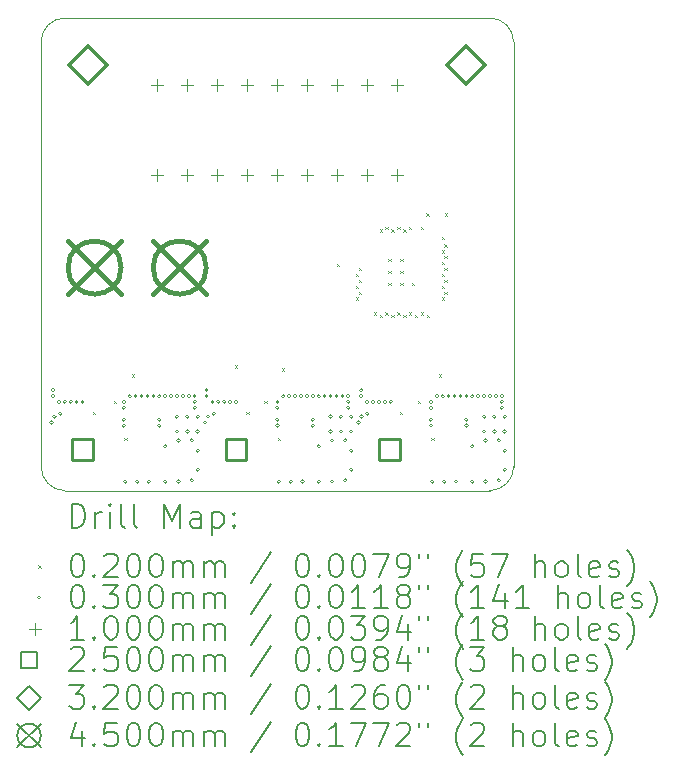
<source format=gbr>
%TF.GenerationSoftware,KiCad,Pcbnew,8.0.5*%
%TF.CreationDate,2024-10-07T10:05:36-05:00*%
%TF.ProjectId,DRV8323_BreakoutBoard,44525638-3332-4335-9f42-7265616b6f75,rev?*%
%TF.SameCoordinates,Original*%
%TF.FileFunction,Drillmap*%
%TF.FilePolarity,Positive*%
%FSLAX45Y45*%
G04 Gerber Fmt 4.5, Leading zero omitted, Abs format (unit mm)*
G04 Created by KiCad (PCBNEW 8.0.5) date 2024-10-07 10:05:36*
%MOMM*%
%LPD*%
G01*
G04 APERTURE LIST*
%ADD10C,0.050000*%
%ADD11C,0.200000*%
%ADD12C,0.100000*%
%ADD13C,0.250000*%
%ADD14C,0.320000*%
%ADD15C,0.450000*%
G04 APERTURE END LIST*
D10*
X4800000Y-5350000D02*
G75*
G02*
X5000000Y-5150000I200000J0D01*
G01*
X8600000Y-5150000D02*
G75*
G02*
X8800000Y-5350000I0J-200000D01*
G01*
X8800000Y-8950000D02*
G75*
G02*
X8600000Y-9150000I-200000J0D01*
G01*
X5000000Y-9150000D02*
G75*
G02*
X4800000Y-8950000I0J200000D01*
G01*
X8600000Y-9150000D02*
X5000000Y-9150000D01*
X8800000Y-5350000D02*
X8800000Y-8950000D01*
X4800000Y-8950000D02*
X4800000Y-5350000D01*
X5000000Y-5150000D02*
X8600000Y-5150000D01*
D11*
D12*
X5237000Y-8484000D02*
X5257000Y-8504000D01*
X5257000Y-8484000D02*
X5237000Y-8504000D01*
X5415000Y-8390000D02*
X5435000Y-8410000D01*
X5435000Y-8390000D02*
X5415000Y-8410000D01*
X5504000Y-8705000D02*
X5524000Y-8725000D01*
X5524000Y-8705000D02*
X5504000Y-8725000D01*
X5565000Y-8165000D02*
X5585000Y-8185000D01*
X5585000Y-8165000D02*
X5565000Y-8185000D01*
X6440000Y-8090000D02*
X6460000Y-8110000D01*
X6460000Y-8090000D02*
X6440000Y-8110000D01*
X6537000Y-8484000D02*
X6557000Y-8504000D01*
X6557000Y-8484000D02*
X6537000Y-8504000D01*
X6690000Y-8390000D02*
X6710000Y-8410000D01*
X6710000Y-8390000D02*
X6690000Y-8410000D01*
X6804000Y-8705000D02*
X6824000Y-8725000D01*
X6824000Y-8705000D02*
X6804000Y-8725000D01*
X6840000Y-8115000D02*
X6860000Y-8135000D01*
X6860000Y-8115000D02*
X6840000Y-8135000D01*
X7302000Y-7230000D02*
X7322000Y-7250000D01*
X7322000Y-7230000D02*
X7302000Y-7250000D01*
X7465000Y-7315000D02*
X7485000Y-7335000D01*
X7485000Y-7315000D02*
X7465000Y-7335000D01*
X7465000Y-7415000D02*
X7485000Y-7435000D01*
X7485000Y-7415000D02*
X7465000Y-7435000D01*
X7465000Y-7515000D02*
X7485000Y-7535000D01*
X7485000Y-7515000D02*
X7465000Y-7535000D01*
X7490000Y-7265000D02*
X7510000Y-7285000D01*
X7510000Y-7265000D02*
X7490000Y-7285000D01*
X7490000Y-7365000D02*
X7510000Y-7385000D01*
X7510000Y-7365000D02*
X7490000Y-7385000D01*
X7490000Y-7465000D02*
X7510000Y-7485000D01*
X7510000Y-7465000D02*
X7490000Y-7485000D01*
X7615000Y-7640000D02*
X7635000Y-7660000D01*
X7635000Y-7640000D02*
X7615000Y-7660000D01*
X7665000Y-6940000D02*
X7685000Y-6960000D01*
X7685000Y-6940000D02*
X7665000Y-6960000D01*
X7665000Y-7665000D02*
X7685000Y-7685000D01*
X7685000Y-7665000D02*
X7665000Y-7685000D01*
X7715000Y-6915000D02*
X7735000Y-6935000D01*
X7735000Y-6915000D02*
X7715000Y-6935000D01*
X7715000Y-7640000D02*
X7735000Y-7660000D01*
X7735000Y-7640000D02*
X7715000Y-7660000D01*
X7740000Y-7190000D02*
X7760000Y-7210000D01*
X7760000Y-7190000D02*
X7740000Y-7210000D01*
X7740000Y-7290000D02*
X7760000Y-7310000D01*
X7760000Y-7290000D02*
X7740000Y-7310000D01*
X7740000Y-7390000D02*
X7760000Y-7410000D01*
X7760000Y-7390000D02*
X7740000Y-7410000D01*
X7765000Y-7665000D02*
X7785000Y-7685000D01*
X7785000Y-7665000D02*
X7765000Y-7685000D01*
X7765000Y-6940000D02*
X7785000Y-6960000D01*
X7785000Y-6940000D02*
X7765000Y-6960000D01*
X7815000Y-6915000D02*
X7835000Y-6935000D01*
X7835000Y-6915000D02*
X7815000Y-6935000D01*
X7815000Y-7640000D02*
X7835000Y-7660000D01*
X7835000Y-7640000D02*
X7815000Y-7660000D01*
X7837000Y-8484000D02*
X7857000Y-8504000D01*
X7857000Y-8484000D02*
X7837000Y-8504000D01*
X7840000Y-7190000D02*
X7860000Y-7210000D01*
X7860000Y-7190000D02*
X7840000Y-7210000D01*
X7840000Y-7290000D02*
X7860000Y-7310000D01*
X7860000Y-7290000D02*
X7840000Y-7310000D01*
X7840000Y-7390000D02*
X7860000Y-7410000D01*
X7860000Y-7390000D02*
X7840000Y-7410000D01*
X7865000Y-6940000D02*
X7885000Y-6960000D01*
X7885000Y-6940000D02*
X7865000Y-6960000D01*
X7865000Y-7665000D02*
X7885000Y-7685000D01*
X7885000Y-7665000D02*
X7865000Y-7685000D01*
X7915000Y-6915000D02*
X7935000Y-6935000D01*
X7935000Y-6915000D02*
X7915000Y-6935000D01*
X7915000Y-7640000D02*
X7935000Y-7660000D01*
X7935000Y-7640000D02*
X7915000Y-7660000D01*
X7940000Y-7390000D02*
X7960000Y-7410000D01*
X7960000Y-7390000D02*
X7940000Y-7410000D01*
X7965000Y-7665000D02*
X7985000Y-7685000D01*
X7985000Y-7665000D02*
X7965000Y-7685000D01*
X7990000Y-8390000D02*
X8010000Y-8410000D01*
X8010000Y-8390000D02*
X7990000Y-8410000D01*
X8015000Y-6915000D02*
X8035000Y-6935000D01*
X8035000Y-6915000D02*
X8015000Y-6935000D01*
X8015000Y-7640000D02*
X8035000Y-7660000D01*
X8035000Y-7640000D02*
X8015000Y-7660000D01*
X8062500Y-6802500D02*
X8082500Y-6822500D01*
X8082500Y-6802500D02*
X8062500Y-6822500D01*
X8065000Y-7665000D02*
X8085000Y-7685000D01*
X8085000Y-7665000D02*
X8065000Y-7685000D01*
X8104000Y-8705000D02*
X8124000Y-8725000D01*
X8124000Y-8705000D02*
X8104000Y-8725000D01*
X8165000Y-8165000D02*
X8185000Y-8185000D01*
X8185000Y-8165000D02*
X8165000Y-8185000D01*
X8190000Y-7002500D02*
X8210000Y-7022500D01*
X8210000Y-7002500D02*
X8190000Y-7022500D01*
X8190000Y-7115000D02*
X8210000Y-7135000D01*
X8210000Y-7115000D02*
X8190000Y-7135000D01*
X8190000Y-7215000D02*
X8210000Y-7235000D01*
X8210000Y-7215000D02*
X8190000Y-7235000D01*
X8190000Y-7315000D02*
X8210000Y-7335000D01*
X8210000Y-7315000D02*
X8190000Y-7335000D01*
X8190000Y-7415000D02*
X8210000Y-7435000D01*
X8210000Y-7415000D02*
X8190000Y-7435000D01*
X8190000Y-7515000D02*
X8210000Y-7535000D01*
X8210000Y-7515000D02*
X8190000Y-7535000D01*
X8215000Y-7065000D02*
X8235000Y-7085000D01*
X8235000Y-7065000D02*
X8215000Y-7085000D01*
X8215000Y-7165000D02*
X8235000Y-7185000D01*
X8235000Y-7165000D02*
X8215000Y-7185000D01*
X8215000Y-7265000D02*
X8235000Y-7285000D01*
X8235000Y-7265000D02*
X8215000Y-7285000D01*
X8215000Y-7365000D02*
X8235000Y-7385000D01*
X8235000Y-7365000D02*
X8215000Y-7385000D01*
X8215000Y-7465000D02*
X8235000Y-7485000D01*
X8235000Y-7465000D02*
X8215000Y-7485000D01*
X8217500Y-6802500D02*
X8237500Y-6822500D01*
X8237500Y-6802500D02*
X8217500Y-6822500D01*
X4902500Y-8575000D02*
G75*
G02*
X4872500Y-8575000I-15000J0D01*
G01*
X4872500Y-8575000D02*
G75*
G02*
X4902500Y-8575000I15000J0D01*
G01*
X4915000Y-8300000D02*
G75*
G02*
X4885000Y-8300000I-15000J0D01*
G01*
X4885000Y-8300000D02*
G75*
G02*
X4915000Y-8300000I15000J0D01*
G01*
X4915000Y-8350000D02*
G75*
G02*
X4885000Y-8350000I-15000J0D01*
G01*
X4885000Y-8350000D02*
G75*
G02*
X4915000Y-8350000I15000J0D01*
G01*
X4927500Y-8525000D02*
G75*
G02*
X4897500Y-8525000I-15000J0D01*
G01*
X4897500Y-8525000D02*
G75*
G02*
X4927500Y-8525000I15000J0D01*
G01*
X4965000Y-8400000D02*
G75*
G02*
X4935000Y-8400000I-15000J0D01*
G01*
X4935000Y-8400000D02*
G75*
G02*
X4965000Y-8400000I15000J0D01*
G01*
X4977500Y-8500000D02*
G75*
G02*
X4947500Y-8500000I-15000J0D01*
G01*
X4947500Y-8500000D02*
G75*
G02*
X4977500Y-8500000I15000J0D01*
G01*
X5015000Y-8400000D02*
G75*
G02*
X4985000Y-8400000I-15000J0D01*
G01*
X4985000Y-8400000D02*
G75*
G02*
X5015000Y-8400000I15000J0D01*
G01*
X5065000Y-8400000D02*
G75*
G02*
X5035000Y-8400000I-15000J0D01*
G01*
X5035000Y-8400000D02*
G75*
G02*
X5065000Y-8400000I15000J0D01*
G01*
X5115000Y-8400000D02*
G75*
G02*
X5085000Y-8400000I-15000J0D01*
G01*
X5085000Y-8400000D02*
G75*
G02*
X5115000Y-8400000I15000J0D01*
G01*
X5165000Y-8400000D02*
G75*
G02*
X5135000Y-8400000I-15000J0D01*
G01*
X5135000Y-8400000D02*
G75*
G02*
X5165000Y-8400000I15000J0D01*
G01*
X5515000Y-8400000D02*
G75*
G02*
X5485000Y-8400000I-15000J0D01*
G01*
X5485000Y-8400000D02*
G75*
G02*
X5515000Y-8400000I15000J0D01*
G01*
X5515000Y-8450000D02*
G75*
G02*
X5485000Y-8450000I-15000J0D01*
G01*
X5485000Y-8450000D02*
G75*
G02*
X5515000Y-8450000I15000J0D01*
G01*
X5515000Y-8550000D02*
G75*
G02*
X5485000Y-8550000I-15000J0D01*
G01*
X5485000Y-8550000D02*
G75*
G02*
X5515000Y-8550000I15000J0D01*
G01*
X5515000Y-8600000D02*
G75*
G02*
X5485000Y-8600000I-15000J0D01*
G01*
X5485000Y-8600000D02*
G75*
G02*
X5515000Y-8600000I15000J0D01*
G01*
X5527500Y-9075000D02*
G75*
G02*
X5497500Y-9075000I-15000J0D01*
G01*
X5497500Y-9075000D02*
G75*
G02*
X5527500Y-9075000I15000J0D01*
G01*
X5565000Y-8350000D02*
G75*
G02*
X5535000Y-8350000I-15000J0D01*
G01*
X5535000Y-8350000D02*
G75*
G02*
X5565000Y-8350000I15000J0D01*
G01*
X5615000Y-8350000D02*
G75*
G02*
X5585000Y-8350000I-15000J0D01*
G01*
X5585000Y-8350000D02*
G75*
G02*
X5615000Y-8350000I15000J0D01*
G01*
X5627500Y-9075000D02*
G75*
G02*
X5597500Y-9075000I-15000J0D01*
G01*
X5597500Y-9075000D02*
G75*
G02*
X5627500Y-9075000I15000J0D01*
G01*
X5665000Y-8350000D02*
G75*
G02*
X5635000Y-8350000I-15000J0D01*
G01*
X5635000Y-8350000D02*
G75*
G02*
X5665000Y-8350000I15000J0D01*
G01*
X5715000Y-8350000D02*
G75*
G02*
X5685000Y-8350000I-15000J0D01*
G01*
X5685000Y-8350000D02*
G75*
G02*
X5715000Y-8350000I15000J0D01*
G01*
X5727500Y-9075000D02*
G75*
G02*
X5697500Y-9075000I-15000J0D01*
G01*
X5697500Y-9075000D02*
G75*
G02*
X5727500Y-9075000I15000J0D01*
G01*
X5765000Y-8350000D02*
G75*
G02*
X5735000Y-8350000I-15000J0D01*
G01*
X5735000Y-8350000D02*
G75*
G02*
X5765000Y-8350000I15000J0D01*
G01*
X5815000Y-8350000D02*
G75*
G02*
X5785000Y-8350000I-15000J0D01*
G01*
X5785000Y-8350000D02*
G75*
G02*
X5815000Y-8350000I15000J0D01*
G01*
X5815000Y-8550000D02*
G75*
G02*
X5785000Y-8550000I-15000J0D01*
G01*
X5785000Y-8550000D02*
G75*
G02*
X5815000Y-8550000I15000J0D01*
G01*
X5815000Y-8600000D02*
G75*
G02*
X5785000Y-8600000I-15000J0D01*
G01*
X5785000Y-8600000D02*
G75*
G02*
X5815000Y-8600000I15000J0D01*
G01*
X5865000Y-8350000D02*
G75*
G02*
X5835000Y-8350000I-15000J0D01*
G01*
X5835000Y-8350000D02*
G75*
G02*
X5865000Y-8350000I15000J0D01*
G01*
X5865000Y-8775000D02*
G75*
G02*
X5835000Y-8775000I-15000J0D01*
G01*
X5835000Y-8775000D02*
G75*
G02*
X5865000Y-8775000I15000J0D01*
G01*
X5865000Y-9075000D02*
G75*
G02*
X5835000Y-9075000I-15000J0D01*
G01*
X5835000Y-9075000D02*
G75*
G02*
X5865000Y-9075000I15000J0D01*
G01*
X5915000Y-8350000D02*
G75*
G02*
X5885000Y-8350000I-15000J0D01*
G01*
X5885000Y-8350000D02*
G75*
G02*
X5915000Y-8350000I15000J0D01*
G01*
X5965000Y-8350000D02*
G75*
G02*
X5935000Y-8350000I-15000J0D01*
G01*
X5935000Y-8350000D02*
G75*
G02*
X5965000Y-8350000I15000J0D01*
G01*
X5965000Y-8525000D02*
G75*
G02*
X5935000Y-8525000I-15000J0D01*
G01*
X5935000Y-8525000D02*
G75*
G02*
X5965000Y-8525000I15000J0D01*
G01*
X5965000Y-8650000D02*
G75*
G02*
X5935000Y-8650000I-15000J0D01*
G01*
X5935000Y-8650000D02*
G75*
G02*
X5965000Y-8650000I15000J0D01*
G01*
X5977500Y-8725000D02*
G75*
G02*
X5947500Y-8725000I-15000J0D01*
G01*
X5947500Y-8725000D02*
G75*
G02*
X5977500Y-8725000I15000J0D01*
G01*
X5977500Y-9075000D02*
G75*
G02*
X5947500Y-9075000I-15000J0D01*
G01*
X5947500Y-9075000D02*
G75*
G02*
X5977500Y-9075000I15000J0D01*
G01*
X6015000Y-8350000D02*
G75*
G02*
X5985000Y-8350000I-15000J0D01*
G01*
X5985000Y-8350000D02*
G75*
G02*
X6015000Y-8350000I15000J0D01*
G01*
X6052500Y-8525000D02*
G75*
G02*
X6022500Y-8525000I-15000J0D01*
G01*
X6022500Y-8525000D02*
G75*
G02*
X6052500Y-8525000I15000J0D01*
G01*
X6052500Y-8650000D02*
G75*
G02*
X6022500Y-8650000I-15000J0D01*
G01*
X6022500Y-8650000D02*
G75*
G02*
X6052500Y-8650000I15000J0D01*
G01*
X6065000Y-8350000D02*
G75*
G02*
X6035000Y-8350000I-15000J0D01*
G01*
X6035000Y-8350000D02*
G75*
G02*
X6065000Y-8350000I15000J0D01*
G01*
X6090000Y-8725000D02*
G75*
G02*
X6060000Y-8725000I-15000J0D01*
G01*
X6060000Y-8725000D02*
G75*
G02*
X6090000Y-8725000I15000J0D01*
G01*
X6090000Y-9062500D02*
G75*
G02*
X6060000Y-9062500I-15000J0D01*
G01*
X6060000Y-9062500D02*
G75*
G02*
X6090000Y-9062500I15000J0D01*
G01*
X6115000Y-8350000D02*
G75*
G02*
X6085000Y-8350000I-15000J0D01*
G01*
X6085000Y-8350000D02*
G75*
G02*
X6115000Y-8350000I15000J0D01*
G01*
X6115000Y-8400000D02*
G75*
G02*
X6085000Y-8400000I-15000J0D01*
G01*
X6085000Y-8400000D02*
G75*
G02*
X6115000Y-8400000I15000J0D01*
G01*
X6115000Y-8450000D02*
G75*
G02*
X6085000Y-8450000I-15000J0D01*
G01*
X6085000Y-8450000D02*
G75*
G02*
X6115000Y-8450000I15000J0D01*
G01*
X6140000Y-8525000D02*
G75*
G02*
X6110000Y-8525000I-15000J0D01*
G01*
X6110000Y-8525000D02*
G75*
G02*
X6140000Y-8525000I15000J0D01*
G01*
X6140000Y-8650000D02*
G75*
G02*
X6110000Y-8650000I-15000J0D01*
G01*
X6110000Y-8650000D02*
G75*
G02*
X6140000Y-8650000I15000J0D01*
G01*
X6140000Y-8812500D02*
G75*
G02*
X6110000Y-8812500I-15000J0D01*
G01*
X6110000Y-8812500D02*
G75*
G02*
X6140000Y-8812500I15000J0D01*
G01*
X6140000Y-8975000D02*
G75*
G02*
X6110000Y-8975000I-15000J0D01*
G01*
X6110000Y-8975000D02*
G75*
G02*
X6140000Y-8975000I15000J0D01*
G01*
X6202500Y-8575000D02*
G75*
G02*
X6172500Y-8575000I-15000J0D01*
G01*
X6172500Y-8575000D02*
G75*
G02*
X6202500Y-8575000I15000J0D01*
G01*
X6215000Y-8300000D02*
G75*
G02*
X6185000Y-8300000I-15000J0D01*
G01*
X6185000Y-8300000D02*
G75*
G02*
X6215000Y-8300000I15000J0D01*
G01*
X6215000Y-8350000D02*
G75*
G02*
X6185000Y-8350000I-15000J0D01*
G01*
X6185000Y-8350000D02*
G75*
G02*
X6215000Y-8350000I15000J0D01*
G01*
X6227500Y-8525000D02*
G75*
G02*
X6197500Y-8525000I-15000J0D01*
G01*
X6197500Y-8525000D02*
G75*
G02*
X6227500Y-8525000I15000J0D01*
G01*
X6265000Y-8400000D02*
G75*
G02*
X6235000Y-8400000I-15000J0D01*
G01*
X6235000Y-8400000D02*
G75*
G02*
X6265000Y-8400000I15000J0D01*
G01*
X6277500Y-8500000D02*
G75*
G02*
X6247500Y-8500000I-15000J0D01*
G01*
X6247500Y-8500000D02*
G75*
G02*
X6277500Y-8500000I15000J0D01*
G01*
X6315000Y-8400000D02*
G75*
G02*
X6285000Y-8400000I-15000J0D01*
G01*
X6285000Y-8400000D02*
G75*
G02*
X6315000Y-8400000I15000J0D01*
G01*
X6365000Y-8400000D02*
G75*
G02*
X6335000Y-8400000I-15000J0D01*
G01*
X6335000Y-8400000D02*
G75*
G02*
X6365000Y-8400000I15000J0D01*
G01*
X6415000Y-8400000D02*
G75*
G02*
X6385000Y-8400000I-15000J0D01*
G01*
X6385000Y-8400000D02*
G75*
G02*
X6415000Y-8400000I15000J0D01*
G01*
X6465000Y-8400000D02*
G75*
G02*
X6435000Y-8400000I-15000J0D01*
G01*
X6435000Y-8400000D02*
G75*
G02*
X6465000Y-8400000I15000J0D01*
G01*
X6815000Y-8400000D02*
G75*
G02*
X6785000Y-8400000I-15000J0D01*
G01*
X6785000Y-8400000D02*
G75*
G02*
X6815000Y-8400000I15000J0D01*
G01*
X6815000Y-8450000D02*
G75*
G02*
X6785000Y-8450000I-15000J0D01*
G01*
X6785000Y-8450000D02*
G75*
G02*
X6815000Y-8450000I15000J0D01*
G01*
X6815000Y-8550000D02*
G75*
G02*
X6785000Y-8550000I-15000J0D01*
G01*
X6785000Y-8550000D02*
G75*
G02*
X6815000Y-8550000I15000J0D01*
G01*
X6815000Y-8600000D02*
G75*
G02*
X6785000Y-8600000I-15000J0D01*
G01*
X6785000Y-8600000D02*
G75*
G02*
X6815000Y-8600000I15000J0D01*
G01*
X6827500Y-9075000D02*
G75*
G02*
X6797500Y-9075000I-15000J0D01*
G01*
X6797500Y-9075000D02*
G75*
G02*
X6827500Y-9075000I15000J0D01*
G01*
X6865000Y-8350000D02*
G75*
G02*
X6835000Y-8350000I-15000J0D01*
G01*
X6835000Y-8350000D02*
G75*
G02*
X6865000Y-8350000I15000J0D01*
G01*
X6915000Y-8350000D02*
G75*
G02*
X6885000Y-8350000I-15000J0D01*
G01*
X6885000Y-8350000D02*
G75*
G02*
X6915000Y-8350000I15000J0D01*
G01*
X6927500Y-9075000D02*
G75*
G02*
X6897500Y-9075000I-15000J0D01*
G01*
X6897500Y-9075000D02*
G75*
G02*
X6927500Y-9075000I15000J0D01*
G01*
X6965000Y-8350000D02*
G75*
G02*
X6935000Y-8350000I-15000J0D01*
G01*
X6935000Y-8350000D02*
G75*
G02*
X6965000Y-8350000I15000J0D01*
G01*
X7015000Y-8350000D02*
G75*
G02*
X6985000Y-8350000I-15000J0D01*
G01*
X6985000Y-8350000D02*
G75*
G02*
X7015000Y-8350000I15000J0D01*
G01*
X7027500Y-9075000D02*
G75*
G02*
X6997500Y-9075000I-15000J0D01*
G01*
X6997500Y-9075000D02*
G75*
G02*
X7027500Y-9075000I15000J0D01*
G01*
X7065000Y-8350000D02*
G75*
G02*
X7035000Y-8350000I-15000J0D01*
G01*
X7035000Y-8350000D02*
G75*
G02*
X7065000Y-8350000I15000J0D01*
G01*
X7115000Y-8350000D02*
G75*
G02*
X7085000Y-8350000I-15000J0D01*
G01*
X7085000Y-8350000D02*
G75*
G02*
X7115000Y-8350000I15000J0D01*
G01*
X7115000Y-8550000D02*
G75*
G02*
X7085000Y-8550000I-15000J0D01*
G01*
X7085000Y-8550000D02*
G75*
G02*
X7115000Y-8550000I15000J0D01*
G01*
X7115000Y-8600000D02*
G75*
G02*
X7085000Y-8600000I-15000J0D01*
G01*
X7085000Y-8600000D02*
G75*
G02*
X7115000Y-8600000I15000J0D01*
G01*
X7165000Y-8350000D02*
G75*
G02*
X7135000Y-8350000I-15000J0D01*
G01*
X7135000Y-8350000D02*
G75*
G02*
X7165000Y-8350000I15000J0D01*
G01*
X7165000Y-8775000D02*
G75*
G02*
X7135000Y-8775000I-15000J0D01*
G01*
X7135000Y-8775000D02*
G75*
G02*
X7165000Y-8775000I15000J0D01*
G01*
X7165000Y-9075000D02*
G75*
G02*
X7135000Y-9075000I-15000J0D01*
G01*
X7135000Y-9075000D02*
G75*
G02*
X7165000Y-9075000I15000J0D01*
G01*
X7215000Y-8350000D02*
G75*
G02*
X7185000Y-8350000I-15000J0D01*
G01*
X7185000Y-8350000D02*
G75*
G02*
X7215000Y-8350000I15000J0D01*
G01*
X7265000Y-8350000D02*
G75*
G02*
X7235000Y-8350000I-15000J0D01*
G01*
X7235000Y-8350000D02*
G75*
G02*
X7265000Y-8350000I15000J0D01*
G01*
X7265000Y-8525000D02*
G75*
G02*
X7235000Y-8525000I-15000J0D01*
G01*
X7235000Y-8525000D02*
G75*
G02*
X7265000Y-8525000I15000J0D01*
G01*
X7265000Y-8650000D02*
G75*
G02*
X7235000Y-8650000I-15000J0D01*
G01*
X7235000Y-8650000D02*
G75*
G02*
X7265000Y-8650000I15000J0D01*
G01*
X7277500Y-8725000D02*
G75*
G02*
X7247500Y-8725000I-15000J0D01*
G01*
X7247500Y-8725000D02*
G75*
G02*
X7277500Y-8725000I15000J0D01*
G01*
X7277500Y-9075000D02*
G75*
G02*
X7247500Y-9075000I-15000J0D01*
G01*
X7247500Y-9075000D02*
G75*
G02*
X7277500Y-9075000I15000J0D01*
G01*
X7315000Y-8350000D02*
G75*
G02*
X7285000Y-8350000I-15000J0D01*
G01*
X7285000Y-8350000D02*
G75*
G02*
X7315000Y-8350000I15000J0D01*
G01*
X7352500Y-8525000D02*
G75*
G02*
X7322500Y-8525000I-15000J0D01*
G01*
X7322500Y-8525000D02*
G75*
G02*
X7352500Y-8525000I15000J0D01*
G01*
X7352500Y-8650000D02*
G75*
G02*
X7322500Y-8650000I-15000J0D01*
G01*
X7322500Y-8650000D02*
G75*
G02*
X7352500Y-8650000I15000J0D01*
G01*
X7365000Y-8350000D02*
G75*
G02*
X7335000Y-8350000I-15000J0D01*
G01*
X7335000Y-8350000D02*
G75*
G02*
X7365000Y-8350000I15000J0D01*
G01*
X7390000Y-8725000D02*
G75*
G02*
X7360000Y-8725000I-15000J0D01*
G01*
X7360000Y-8725000D02*
G75*
G02*
X7390000Y-8725000I15000J0D01*
G01*
X7390000Y-9062500D02*
G75*
G02*
X7360000Y-9062500I-15000J0D01*
G01*
X7360000Y-9062500D02*
G75*
G02*
X7390000Y-9062500I15000J0D01*
G01*
X7415000Y-8350000D02*
G75*
G02*
X7385000Y-8350000I-15000J0D01*
G01*
X7385000Y-8350000D02*
G75*
G02*
X7415000Y-8350000I15000J0D01*
G01*
X7415000Y-8400000D02*
G75*
G02*
X7385000Y-8400000I-15000J0D01*
G01*
X7385000Y-8400000D02*
G75*
G02*
X7415000Y-8400000I15000J0D01*
G01*
X7415000Y-8450000D02*
G75*
G02*
X7385000Y-8450000I-15000J0D01*
G01*
X7385000Y-8450000D02*
G75*
G02*
X7415000Y-8450000I15000J0D01*
G01*
X7440000Y-8525000D02*
G75*
G02*
X7410000Y-8525000I-15000J0D01*
G01*
X7410000Y-8525000D02*
G75*
G02*
X7440000Y-8525000I15000J0D01*
G01*
X7440000Y-8650000D02*
G75*
G02*
X7410000Y-8650000I-15000J0D01*
G01*
X7410000Y-8650000D02*
G75*
G02*
X7440000Y-8650000I15000J0D01*
G01*
X7440000Y-8812500D02*
G75*
G02*
X7410000Y-8812500I-15000J0D01*
G01*
X7410000Y-8812500D02*
G75*
G02*
X7440000Y-8812500I15000J0D01*
G01*
X7440000Y-8975000D02*
G75*
G02*
X7410000Y-8975000I-15000J0D01*
G01*
X7410000Y-8975000D02*
G75*
G02*
X7440000Y-8975000I15000J0D01*
G01*
X7502500Y-8575000D02*
G75*
G02*
X7472500Y-8575000I-15000J0D01*
G01*
X7472500Y-8575000D02*
G75*
G02*
X7502500Y-8575000I15000J0D01*
G01*
X7525000Y-8300000D02*
G75*
G02*
X7495000Y-8300000I-15000J0D01*
G01*
X7495000Y-8300000D02*
G75*
G02*
X7525000Y-8300000I15000J0D01*
G01*
X7525000Y-8350000D02*
G75*
G02*
X7495000Y-8350000I-15000J0D01*
G01*
X7495000Y-8350000D02*
G75*
G02*
X7525000Y-8350000I15000J0D01*
G01*
X7527500Y-8525000D02*
G75*
G02*
X7497500Y-8525000I-15000J0D01*
G01*
X7497500Y-8525000D02*
G75*
G02*
X7527500Y-8525000I15000J0D01*
G01*
X7575000Y-8400000D02*
G75*
G02*
X7545000Y-8400000I-15000J0D01*
G01*
X7545000Y-8400000D02*
G75*
G02*
X7575000Y-8400000I15000J0D01*
G01*
X7577500Y-8500000D02*
G75*
G02*
X7547500Y-8500000I-15000J0D01*
G01*
X7547500Y-8500000D02*
G75*
G02*
X7577500Y-8500000I15000J0D01*
G01*
X7625000Y-8400000D02*
G75*
G02*
X7595000Y-8400000I-15000J0D01*
G01*
X7595000Y-8400000D02*
G75*
G02*
X7625000Y-8400000I15000J0D01*
G01*
X7675000Y-8400000D02*
G75*
G02*
X7645000Y-8400000I-15000J0D01*
G01*
X7645000Y-8400000D02*
G75*
G02*
X7675000Y-8400000I15000J0D01*
G01*
X7725000Y-8400000D02*
G75*
G02*
X7695000Y-8400000I-15000J0D01*
G01*
X7695000Y-8400000D02*
G75*
G02*
X7725000Y-8400000I15000J0D01*
G01*
X7775000Y-8400000D02*
G75*
G02*
X7745000Y-8400000I-15000J0D01*
G01*
X7745000Y-8400000D02*
G75*
G02*
X7775000Y-8400000I15000J0D01*
G01*
X8115000Y-8400000D02*
G75*
G02*
X8085000Y-8400000I-15000J0D01*
G01*
X8085000Y-8400000D02*
G75*
G02*
X8115000Y-8400000I15000J0D01*
G01*
X8115000Y-8450000D02*
G75*
G02*
X8085000Y-8450000I-15000J0D01*
G01*
X8085000Y-8450000D02*
G75*
G02*
X8115000Y-8450000I15000J0D01*
G01*
X8115000Y-8550000D02*
G75*
G02*
X8085000Y-8550000I-15000J0D01*
G01*
X8085000Y-8550000D02*
G75*
G02*
X8115000Y-8550000I15000J0D01*
G01*
X8115000Y-8600000D02*
G75*
G02*
X8085000Y-8600000I-15000J0D01*
G01*
X8085000Y-8600000D02*
G75*
G02*
X8115000Y-8600000I15000J0D01*
G01*
X8127500Y-9075000D02*
G75*
G02*
X8097500Y-9075000I-15000J0D01*
G01*
X8097500Y-9075000D02*
G75*
G02*
X8127500Y-9075000I15000J0D01*
G01*
X8165000Y-8350000D02*
G75*
G02*
X8135000Y-8350000I-15000J0D01*
G01*
X8135000Y-8350000D02*
G75*
G02*
X8165000Y-8350000I15000J0D01*
G01*
X8215000Y-8350000D02*
G75*
G02*
X8185000Y-8350000I-15000J0D01*
G01*
X8185000Y-8350000D02*
G75*
G02*
X8215000Y-8350000I15000J0D01*
G01*
X8227500Y-9075000D02*
G75*
G02*
X8197500Y-9075000I-15000J0D01*
G01*
X8197500Y-9075000D02*
G75*
G02*
X8227500Y-9075000I15000J0D01*
G01*
X8265000Y-8350000D02*
G75*
G02*
X8235000Y-8350000I-15000J0D01*
G01*
X8235000Y-8350000D02*
G75*
G02*
X8265000Y-8350000I15000J0D01*
G01*
X8315000Y-8350000D02*
G75*
G02*
X8285000Y-8350000I-15000J0D01*
G01*
X8285000Y-8350000D02*
G75*
G02*
X8315000Y-8350000I15000J0D01*
G01*
X8327500Y-9075000D02*
G75*
G02*
X8297500Y-9075000I-15000J0D01*
G01*
X8297500Y-9075000D02*
G75*
G02*
X8327500Y-9075000I15000J0D01*
G01*
X8365000Y-8350000D02*
G75*
G02*
X8335000Y-8350000I-15000J0D01*
G01*
X8335000Y-8350000D02*
G75*
G02*
X8365000Y-8350000I15000J0D01*
G01*
X8415000Y-8350000D02*
G75*
G02*
X8385000Y-8350000I-15000J0D01*
G01*
X8385000Y-8350000D02*
G75*
G02*
X8415000Y-8350000I15000J0D01*
G01*
X8415000Y-8550000D02*
G75*
G02*
X8385000Y-8550000I-15000J0D01*
G01*
X8385000Y-8550000D02*
G75*
G02*
X8415000Y-8550000I15000J0D01*
G01*
X8415000Y-8600000D02*
G75*
G02*
X8385000Y-8600000I-15000J0D01*
G01*
X8385000Y-8600000D02*
G75*
G02*
X8415000Y-8600000I15000J0D01*
G01*
X8465000Y-8350000D02*
G75*
G02*
X8435000Y-8350000I-15000J0D01*
G01*
X8435000Y-8350000D02*
G75*
G02*
X8465000Y-8350000I15000J0D01*
G01*
X8465000Y-8775000D02*
G75*
G02*
X8435000Y-8775000I-15000J0D01*
G01*
X8435000Y-8775000D02*
G75*
G02*
X8465000Y-8775000I15000J0D01*
G01*
X8465000Y-9075000D02*
G75*
G02*
X8435000Y-9075000I-15000J0D01*
G01*
X8435000Y-9075000D02*
G75*
G02*
X8465000Y-9075000I15000J0D01*
G01*
X8515000Y-8350000D02*
G75*
G02*
X8485000Y-8350000I-15000J0D01*
G01*
X8485000Y-8350000D02*
G75*
G02*
X8515000Y-8350000I15000J0D01*
G01*
X8565000Y-8350000D02*
G75*
G02*
X8535000Y-8350000I-15000J0D01*
G01*
X8535000Y-8350000D02*
G75*
G02*
X8565000Y-8350000I15000J0D01*
G01*
X8565000Y-8525000D02*
G75*
G02*
X8535000Y-8525000I-15000J0D01*
G01*
X8535000Y-8525000D02*
G75*
G02*
X8565000Y-8525000I15000J0D01*
G01*
X8565000Y-8650000D02*
G75*
G02*
X8535000Y-8650000I-15000J0D01*
G01*
X8535000Y-8650000D02*
G75*
G02*
X8565000Y-8650000I15000J0D01*
G01*
X8577500Y-8725000D02*
G75*
G02*
X8547500Y-8725000I-15000J0D01*
G01*
X8547500Y-8725000D02*
G75*
G02*
X8577500Y-8725000I15000J0D01*
G01*
X8577500Y-9075000D02*
G75*
G02*
X8547500Y-9075000I-15000J0D01*
G01*
X8547500Y-9075000D02*
G75*
G02*
X8577500Y-9075000I15000J0D01*
G01*
X8615000Y-8350000D02*
G75*
G02*
X8585000Y-8350000I-15000J0D01*
G01*
X8585000Y-8350000D02*
G75*
G02*
X8615000Y-8350000I15000J0D01*
G01*
X8652500Y-8525000D02*
G75*
G02*
X8622500Y-8525000I-15000J0D01*
G01*
X8622500Y-8525000D02*
G75*
G02*
X8652500Y-8525000I15000J0D01*
G01*
X8652500Y-8650000D02*
G75*
G02*
X8622500Y-8650000I-15000J0D01*
G01*
X8622500Y-8650000D02*
G75*
G02*
X8652500Y-8650000I15000J0D01*
G01*
X8665000Y-8350000D02*
G75*
G02*
X8635000Y-8350000I-15000J0D01*
G01*
X8635000Y-8350000D02*
G75*
G02*
X8665000Y-8350000I15000J0D01*
G01*
X8690000Y-8725000D02*
G75*
G02*
X8660000Y-8725000I-15000J0D01*
G01*
X8660000Y-8725000D02*
G75*
G02*
X8690000Y-8725000I15000J0D01*
G01*
X8690000Y-9062500D02*
G75*
G02*
X8660000Y-9062500I-15000J0D01*
G01*
X8660000Y-9062500D02*
G75*
G02*
X8690000Y-9062500I15000J0D01*
G01*
X8715000Y-8350000D02*
G75*
G02*
X8685000Y-8350000I-15000J0D01*
G01*
X8685000Y-8350000D02*
G75*
G02*
X8715000Y-8350000I15000J0D01*
G01*
X8715000Y-8400000D02*
G75*
G02*
X8685000Y-8400000I-15000J0D01*
G01*
X8685000Y-8400000D02*
G75*
G02*
X8715000Y-8400000I15000J0D01*
G01*
X8715000Y-8450000D02*
G75*
G02*
X8685000Y-8450000I-15000J0D01*
G01*
X8685000Y-8450000D02*
G75*
G02*
X8715000Y-8450000I15000J0D01*
G01*
X8740000Y-8525000D02*
G75*
G02*
X8710000Y-8525000I-15000J0D01*
G01*
X8710000Y-8525000D02*
G75*
G02*
X8740000Y-8525000I15000J0D01*
G01*
X8740000Y-8650000D02*
G75*
G02*
X8710000Y-8650000I-15000J0D01*
G01*
X8710000Y-8650000D02*
G75*
G02*
X8740000Y-8650000I15000J0D01*
G01*
X8740000Y-8812500D02*
G75*
G02*
X8710000Y-8812500I-15000J0D01*
G01*
X8710000Y-8812500D02*
G75*
G02*
X8740000Y-8812500I15000J0D01*
G01*
X8740000Y-8975000D02*
G75*
G02*
X8710000Y-8975000I-15000J0D01*
G01*
X8710000Y-8975000D02*
G75*
G02*
X8740000Y-8975000I15000J0D01*
G01*
X5783000Y-5669000D02*
X5783000Y-5769000D01*
X5733000Y-5719000D02*
X5833000Y-5719000D01*
X5783000Y-6431000D02*
X5783000Y-6531000D01*
X5733000Y-6481000D02*
X5833000Y-6481000D01*
X6037000Y-5669000D02*
X6037000Y-5769000D01*
X5987000Y-5719000D02*
X6087000Y-5719000D01*
X6037000Y-6431000D02*
X6037000Y-6531000D01*
X5987000Y-6481000D02*
X6087000Y-6481000D01*
X6291000Y-5669000D02*
X6291000Y-5769000D01*
X6241000Y-5719000D02*
X6341000Y-5719000D01*
X6291000Y-6431000D02*
X6291000Y-6531000D01*
X6241000Y-6481000D02*
X6341000Y-6481000D01*
X6545000Y-5669000D02*
X6545000Y-5769000D01*
X6495000Y-5719000D02*
X6595000Y-5719000D01*
X6545000Y-6431000D02*
X6545000Y-6531000D01*
X6495000Y-6481000D02*
X6595000Y-6481000D01*
X6799000Y-5669000D02*
X6799000Y-5769000D01*
X6749000Y-5719000D02*
X6849000Y-5719000D01*
X6799000Y-6431000D02*
X6799000Y-6531000D01*
X6749000Y-6481000D02*
X6849000Y-6481000D01*
X7053000Y-5669000D02*
X7053000Y-5769000D01*
X7003000Y-5719000D02*
X7103000Y-5719000D01*
X7053000Y-6431000D02*
X7053000Y-6531000D01*
X7003000Y-6481000D02*
X7103000Y-6481000D01*
X7307000Y-5669000D02*
X7307000Y-5769000D01*
X7257000Y-5719000D02*
X7357000Y-5719000D01*
X7307000Y-6431000D02*
X7307000Y-6531000D01*
X7257000Y-6481000D02*
X7357000Y-6481000D01*
X7561000Y-5669000D02*
X7561000Y-5769000D01*
X7511000Y-5719000D02*
X7611000Y-5719000D01*
X7561000Y-6431000D02*
X7561000Y-6531000D01*
X7511000Y-6481000D02*
X7611000Y-6481000D01*
X7815000Y-5669000D02*
X7815000Y-5769000D01*
X7765000Y-5719000D02*
X7865000Y-5719000D01*
X7815000Y-6431000D02*
X7815000Y-6531000D01*
X7765000Y-6481000D02*
X7865000Y-6481000D01*
D13*
X5238389Y-8888389D02*
X5238389Y-8711611D01*
X5061611Y-8711611D01*
X5061611Y-8888389D01*
X5238389Y-8888389D01*
X6538389Y-8888389D02*
X6538389Y-8711611D01*
X6361611Y-8711611D01*
X6361611Y-8888389D01*
X6538389Y-8888389D01*
X7838389Y-8888389D02*
X7838389Y-8711611D01*
X7661611Y-8711611D01*
X7661611Y-8888389D01*
X7838389Y-8888389D01*
D14*
X5200000Y-5710000D02*
X5360000Y-5550000D01*
X5200000Y-5390000D01*
X5040000Y-5550000D01*
X5200000Y-5710000D01*
X8400000Y-5710000D02*
X8560000Y-5550000D01*
X8400000Y-5390000D01*
X8240000Y-5550000D01*
X8400000Y-5710000D01*
D15*
X5027500Y-7037500D02*
X5477500Y-7487500D01*
X5477500Y-7037500D02*
X5027500Y-7487500D01*
X5477500Y-7262500D02*
G75*
G02*
X5027500Y-7262500I-225000J0D01*
G01*
X5027500Y-7262500D02*
G75*
G02*
X5477500Y-7262500I225000J0D01*
G01*
X5747500Y-7037500D02*
X6197500Y-7487500D01*
X6197500Y-7037500D02*
X5747500Y-7487500D01*
X6197500Y-7262500D02*
G75*
G02*
X5747500Y-7262500I-225000J0D01*
G01*
X5747500Y-7262500D02*
G75*
G02*
X6197500Y-7262500I225000J0D01*
G01*
D11*
X5058277Y-9463984D02*
X5058277Y-9263984D01*
X5058277Y-9263984D02*
X5105896Y-9263984D01*
X5105896Y-9263984D02*
X5134467Y-9273508D01*
X5134467Y-9273508D02*
X5153515Y-9292555D01*
X5153515Y-9292555D02*
X5163039Y-9311603D01*
X5163039Y-9311603D02*
X5172563Y-9349698D01*
X5172563Y-9349698D02*
X5172563Y-9378270D01*
X5172563Y-9378270D02*
X5163039Y-9416365D01*
X5163039Y-9416365D02*
X5153515Y-9435412D01*
X5153515Y-9435412D02*
X5134467Y-9454460D01*
X5134467Y-9454460D02*
X5105896Y-9463984D01*
X5105896Y-9463984D02*
X5058277Y-9463984D01*
X5258277Y-9463984D02*
X5258277Y-9330650D01*
X5258277Y-9368746D02*
X5267801Y-9349698D01*
X5267801Y-9349698D02*
X5277324Y-9340174D01*
X5277324Y-9340174D02*
X5296372Y-9330650D01*
X5296372Y-9330650D02*
X5315420Y-9330650D01*
X5382086Y-9463984D02*
X5382086Y-9330650D01*
X5382086Y-9263984D02*
X5372563Y-9273508D01*
X5372563Y-9273508D02*
X5382086Y-9283031D01*
X5382086Y-9283031D02*
X5391610Y-9273508D01*
X5391610Y-9273508D02*
X5382086Y-9263984D01*
X5382086Y-9263984D02*
X5382086Y-9283031D01*
X5505896Y-9463984D02*
X5486848Y-9454460D01*
X5486848Y-9454460D02*
X5477324Y-9435412D01*
X5477324Y-9435412D02*
X5477324Y-9263984D01*
X5610658Y-9463984D02*
X5591610Y-9454460D01*
X5591610Y-9454460D02*
X5582086Y-9435412D01*
X5582086Y-9435412D02*
X5582086Y-9263984D01*
X5839229Y-9463984D02*
X5839229Y-9263984D01*
X5839229Y-9263984D02*
X5905896Y-9406841D01*
X5905896Y-9406841D02*
X5972562Y-9263984D01*
X5972562Y-9263984D02*
X5972562Y-9463984D01*
X6153515Y-9463984D02*
X6153515Y-9359222D01*
X6153515Y-9359222D02*
X6143991Y-9340174D01*
X6143991Y-9340174D02*
X6124943Y-9330650D01*
X6124943Y-9330650D02*
X6086848Y-9330650D01*
X6086848Y-9330650D02*
X6067801Y-9340174D01*
X6153515Y-9454460D02*
X6134467Y-9463984D01*
X6134467Y-9463984D02*
X6086848Y-9463984D01*
X6086848Y-9463984D02*
X6067801Y-9454460D01*
X6067801Y-9454460D02*
X6058277Y-9435412D01*
X6058277Y-9435412D02*
X6058277Y-9416365D01*
X6058277Y-9416365D02*
X6067801Y-9397317D01*
X6067801Y-9397317D02*
X6086848Y-9387793D01*
X6086848Y-9387793D02*
X6134467Y-9387793D01*
X6134467Y-9387793D02*
X6153515Y-9378270D01*
X6248753Y-9330650D02*
X6248753Y-9530650D01*
X6248753Y-9340174D02*
X6267801Y-9330650D01*
X6267801Y-9330650D02*
X6305896Y-9330650D01*
X6305896Y-9330650D02*
X6324943Y-9340174D01*
X6324943Y-9340174D02*
X6334467Y-9349698D01*
X6334467Y-9349698D02*
X6343991Y-9368746D01*
X6343991Y-9368746D02*
X6343991Y-9425889D01*
X6343991Y-9425889D02*
X6334467Y-9444936D01*
X6334467Y-9444936D02*
X6324943Y-9454460D01*
X6324943Y-9454460D02*
X6305896Y-9463984D01*
X6305896Y-9463984D02*
X6267801Y-9463984D01*
X6267801Y-9463984D02*
X6248753Y-9454460D01*
X6429705Y-9444936D02*
X6439229Y-9454460D01*
X6439229Y-9454460D02*
X6429705Y-9463984D01*
X6429705Y-9463984D02*
X6420182Y-9454460D01*
X6420182Y-9454460D02*
X6429705Y-9444936D01*
X6429705Y-9444936D02*
X6429705Y-9463984D01*
X6429705Y-9340174D02*
X6439229Y-9349698D01*
X6439229Y-9349698D02*
X6429705Y-9359222D01*
X6429705Y-9359222D02*
X6420182Y-9349698D01*
X6420182Y-9349698D02*
X6429705Y-9340174D01*
X6429705Y-9340174D02*
X6429705Y-9359222D01*
D12*
X4777500Y-9782500D02*
X4797500Y-9802500D01*
X4797500Y-9782500D02*
X4777500Y-9802500D01*
D11*
X5096372Y-9683984D02*
X5115420Y-9683984D01*
X5115420Y-9683984D02*
X5134467Y-9693508D01*
X5134467Y-9693508D02*
X5143991Y-9703031D01*
X5143991Y-9703031D02*
X5153515Y-9722079D01*
X5153515Y-9722079D02*
X5163039Y-9760174D01*
X5163039Y-9760174D02*
X5163039Y-9807793D01*
X5163039Y-9807793D02*
X5153515Y-9845889D01*
X5153515Y-9845889D02*
X5143991Y-9864936D01*
X5143991Y-9864936D02*
X5134467Y-9874460D01*
X5134467Y-9874460D02*
X5115420Y-9883984D01*
X5115420Y-9883984D02*
X5096372Y-9883984D01*
X5096372Y-9883984D02*
X5077324Y-9874460D01*
X5077324Y-9874460D02*
X5067801Y-9864936D01*
X5067801Y-9864936D02*
X5058277Y-9845889D01*
X5058277Y-9845889D02*
X5048753Y-9807793D01*
X5048753Y-9807793D02*
X5048753Y-9760174D01*
X5048753Y-9760174D02*
X5058277Y-9722079D01*
X5058277Y-9722079D02*
X5067801Y-9703031D01*
X5067801Y-9703031D02*
X5077324Y-9693508D01*
X5077324Y-9693508D02*
X5096372Y-9683984D01*
X5248753Y-9864936D02*
X5258277Y-9874460D01*
X5258277Y-9874460D02*
X5248753Y-9883984D01*
X5248753Y-9883984D02*
X5239229Y-9874460D01*
X5239229Y-9874460D02*
X5248753Y-9864936D01*
X5248753Y-9864936D02*
X5248753Y-9883984D01*
X5334467Y-9703031D02*
X5343991Y-9693508D01*
X5343991Y-9693508D02*
X5363039Y-9683984D01*
X5363039Y-9683984D02*
X5410658Y-9683984D01*
X5410658Y-9683984D02*
X5429705Y-9693508D01*
X5429705Y-9693508D02*
X5439229Y-9703031D01*
X5439229Y-9703031D02*
X5448753Y-9722079D01*
X5448753Y-9722079D02*
X5448753Y-9741127D01*
X5448753Y-9741127D02*
X5439229Y-9769698D01*
X5439229Y-9769698D02*
X5324944Y-9883984D01*
X5324944Y-9883984D02*
X5448753Y-9883984D01*
X5572563Y-9683984D02*
X5591610Y-9683984D01*
X5591610Y-9683984D02*
X5610658Y-9693508D01*
X5610658Y-9693508D02*
X5620182Y-9703031D01*
X5620182Y-9703031D02*
X5629705Y-9722079D01*
X5629705Y-9722079D02*
X5639229Y-9760174D01*
X5639229Y-9760174D02*
X5639229Y-9807793D01*
X5639229Y-9807793D02*
X5629705Y-9845889D01*
X5629705Y-9845889D02*
X5620182Y-9864936D01*
X5620182Y-9864936D02*
X5610658Y-9874460D01*
X5610658Y-9874460D02*
X5591610Y-9883984D01*
X5591610Y-9883984D02*
X5572563Y-9883984D01*
X5572563Y-9883984D02*
X5553515Y-9874460D01*
X5553515Y-9874460D02*
X5543991Y-9864936D01*
X5543991Y-9864936D02*
X5534467Y-9845889D01*
X5534467Y-9845889D02*
X5524944Y-9807793D01*
X5524944Y-9807793D02*
X5524944Y-9760174D01*
X5524944Y-9760174D02*
X5534467Y-9722079D01*
X5534467Y-9722079D02*
X5543991Y-9703031D01*
X5543991Y-9703031D02*
X5553515Y-9693508D01*
X5553515Y-9693508D02*
X5572563Y-9683984D01*
X5763039Y-9683984D02*
X5782086Y-9683984D01*
X5782086Y-9683984D02*
X5801134Y-9693508D01*
X5801134Y-9693508D02*
X5810658Y-9703031D01*
X5810658Y-9703031D02*
X5820182Y-9722079D01*
X5820182Y-9722079D02*
X5829705Y-9760174D01*
X5829705Y-9760174D02*
X5829705Y-9807793D01*
X5829705Y-9807793D02*
X5820182Y-9845889D01*
X5820182Y-9845889D02*
X5810658Y-9864936D01*
X5810658Y-9864936D02*
X5801134Y-9874460D01*
X5801134Y-9874460D02*
X5782086Y-9883984D01*
X5782086Y-9883984D02*
X5763039Y-9883984D01*
X5763039Y-9883984D02*
X5743991Y-9874460D01*
X5743991Y-9874460D02*
X5734467Y-9864936D01*
X5734467Y-9864936D02*
X5724943Y-9845889D01*
X5724943Y-9845889D02*
X5715420Y-9807793D01*
X5715420Y-9807793D02*
X5715420Y-9760174D01*
X5715420Y-9760174D02*
X5724943Y-9722079D01*
X5724943Y-9722079D02*
X5734467Y-9703031D01*
X5734467Y-9703031D02*
X5743991Y-9693508D01*
X5743991Y-9693508D02*
X5763039Y-9683984D01*
X5915420Y-9883984D02*
X5915420Y-9750650D01*
X5915420Y-9769698D02*
X5924943Y-9760174D01*
X5924943Y-9760174D02*
X5943991Y-9750650D01*
X5943991Y-9750650D02*
X5972563Y-9750650D01*
X5972563Y-9750650D02*
X5991610Y-9760174D01*
X5991610Y-9760174D02*
X6001134Y-9779222D01*
X6001134Y-9779222D02*
X6001134Y-9883984D01*
X6001134Y-9779222D02*
X6010658Y-9760174D01*
X6010658Y-9760174D02*
X6029705Y-9750650D01*
X6029705Y-9750650D02*
X6058277Y-9750650D01*
X6058277Y-9750650D02*
X6077324Y-9760174D01*
X6077324Y-9760174D02*
X6086848Y-9779222D01*
X6086848Y-9779222D02*
X6086848Y-9883984D01*
X6182086Y-9883984D02*
X6182086Y-9750650D01*
X6182086Y-9769698D02*
X6191610Y-9760174D01*
X6191610Y-9760174D02*
X6210658Y-9750650D01*
X6210658Y-9750650D02*
X6239229Y-9750650D01*
X6239229Y-9750650D02*
X6258277Y-9760174D01*
X6258277Y-9760174D02*
X6267801Y-9779222D01*
X6267801Y-9779222D02*
X6267801Y-9883984D01*
X6267801Y-9779222D02*
X6277324Y-9760174D01*
X6277324Y-9760174D02*
X6296372Y-9750650D01*
X6296372Y-9750650D02*
X6324943Y-9750650D01*
X6324943Y-9750650D02*
X6343991Y-9760174D01*
X6343991Y-9760174D02*
X6353515Y-9779222D01*
X6353515Y-9779222D02*
X6353515Y-9883984D01*
X6743991Y-9674460D02*
X6572563Y-9931603D01*
X7001134Y-9683984D02*
X7020182Y-9683984D01*
X7020182Y-9683984D02*
X7039229Y-9693508D01*
X7039229Y-9693508D02*
X7048753Y-9703031D01*
X7048753Y-9703031D02*
X7058277Y-9722079D01*
X7058277Y-9722079D02*
X7067801Y-9760174D01*
X7067801Y-9760174D02*
X7067801Y-9807793D01*
X7067801Y-9807793D02*
X7058277Y-9845889D01*
X7058277Y-9845889D02*
X7048753Y-9864936D01*
X7048753Y-9864936D02*
X7039229Y-9874460D01*
X7039229Y-9874460D02*
X7020182Y-9883984D01*
X7020182Y-9883984D02*
X7001134Y-9883984D01*
X7001134Y-9883984D02*
X6982086Y-9874460D01*
X6982086Y-9874460D02*
X6972563Y-9864936D01*
X6972563Y-9864936D02*
X6963039Y-9845889D01*
X6963039Y-9845889D02*
X6953515Y-9807793D01*
X6953515Y-9807793D02*
X6953515Y-9760174D01*
X6953515Y-9760174D02*
X6963039Y-9722079D01*
X6963039Y-9722079D02*
X6972563Y-9703031D01*
X6972563Y-9703031D02*
X6982086Y-9693508D01*
X6982086Y-9693508D02*
X7001134Y-9683984D01*
X7153515Y-9864936D02*
X7163039Y-9874460D01*
X7163039Y-9874460D02*
X7153515Y-9883984D01*
X7153515Y-9883984D02*
X7143991Y-9874460D01*
X7143991Y-9874460D02*
X7153515Y-9864936D01*
X7153515Y-9864936D02*
X7153515Y-9883984D01*
X7286848Y-9683984D02*
X7305896Y-9683984D01*
X7305896Y-9683984D02*
X7324944Y-9693508D01*
X7324944Y-9693508D02*
X7334467Y-9703031D01*
X7334467Y-9703031D02*
X7343991Y-9722079D01*
X7343991Y-9722079D02*
X7353515Y-9760174D01*
X7353515Y-9760174D02*
X7353515Y-9807793D01*
X7353515Y-9807793D02*
X7343991Y-9845889D01*
X7343991Y-9845889D02*
X7334467Y-9864936D01*
X7334467Y-9864936D02*
X7324944Y-9874460D01*
X7324944Y-9874460D02*
X7305896Y-9883984D01*
X7305896Y-9883984D02*
X7286848Y-9883984D01*
X7286848Y-9883984D02*
X7267801Y-9874460D01*
X7267801Y-9874460D02*
X7258277Y-9864936D01*
X7258277Y-9864936D02*
X7248753Y-9845889D01*
X7248753Y-9845889D02*
X7239229Y-9807793D01*
X7239229Y-9807793D02*
X7239229Y-9760174D01*
X7239229Y-9760174D02*
X7248753Y-9722079D01*
X7248753Y-9722079D02*
X7258277Y-9703031D01*
X7258277Y-9703031D02*
X7267801Y-9693508D01*
X7267801Y-9693508D02*
X7286848Y-9683984D01*
X7477325Y-9683984D02*
X7496372Y-9683984D01*
X7496372Y-9683984D02*
X7515420Y-9693508D01*
X7515420Y-9693508D02*
X7524944Y-9703031D01*
X7524944Y-9703031D02*
X7534467Y-9722079D01*
X7534467Y-9722079D02*
X7543991Y-9760174D01*
X7543991Y-9760174D02*
X7543991Y-9807793D01*
X7543991Y-9807793D02*
X7534467Y-9845889D01*
X7534467Y-9845889D02*
X7524944Y-9864936D01*
X7524944Y-9864936D02*
X7515420Y-9874460D01*
X7515420Y-9874460D02*
X7496372Y-9883984D01*
X7496372Y-9883984D02*
X7477325Y-9883984D01*
X7477325Y-9883984D02*
X7458277Y-9874460D01*
X7458277Y-9874460D02*
X7448753Y-9864936D01*
X7448753Y-9864936D02*
X7439229Y-9845889D01*
X7439229Y-9845889D02*
X7429706Y-9807793D01*
X7429706Y-9807793D02*
X7429706Y-9760174D01*
X7429706Y-9760174D02*
X7439229Y-9722079D01*
X7439229Y-9722079D02*
X7448753Y-9703031D01*
X7448753Y-9703031D02*
X7458277Y-9693508D01*
X7458277Y-9693508D02*
X7477325Y-9683984D01*
X7610658Y-9683984D02*
X7743991Y-9683984D01*
X7743991Y-9683984D02*
X7658277Y-9883984D01*
X7829706Y-9883984D02*
X7867801Y-9883984D01*
X7867801Y-9883984D02*
X7886848Y-9874460D01*
X7886848Y-9874460D02*
X7896372Y-9864936D01*
X7896372Y-9864936D02*
X7915420Y-9836365D01*
X7915420Y-9836365D02*
X7924944Y-9798270D01*
X7924944Y-9798270D02*
X7924944Y-9722079D01*
X7924944Y-9722079D02*
X7915420Y-9703031D01*
X7915420Y-9703031D02*
X7905896Y-9693508D01*
X7905896Y-9693508D02*
X7886848Y-9683984D01*
X7886848Y-9683984D02*
X7848753Y-9683984D01*
X7848753Y-9683984D02*
X7829706Y-9693508D01*
X7829706Y-9693508D02*
X7820182Y-9703031D01*
X7820182Y-9703031D02*
X7810658Y-9722079D01*
X7810658Y-9722079D02*
X7810658Y-9769698D01*
X7810658Y-9769698D02*
X7820182Y-9788746D01*
X7820182Y-9788746D02*
X7829706Y-9798270D01*
X7829706Y-9798270D02*
X7848753Y-9807793D01*
X7848753Y-9807793D02*
X7886848Y-9807793D01*
X7886848Y-9807793D02*
X7905896Y-9798270D01*
X7905896Y-9798270D02*
X7915420Y-9788746D01*
X7915420Y-9788746D02*
X7924944Y-9769698D01*
X8001134Y-9683984D02*
X8001134Y-9722079D01*
X8077325Y-9683984D02*
X8077325Y-9722079D01*
X8372563Y-9960174D02*
X8363039Y-9950650D01*
X8363039Y-9950650D02*
X8343991Y-9922079D01*
X8343991Y-9922079D02*
X8334468Y-9903031D01*
X8334468Y-9903031D02*
X8324944Y-9874460D01*
X8324944Y-9874460D02*
X8315420Y-9826841D01*
X8315420Y-9826841D02*
X8315420Y-9788746D01*
X8315420Y-9788746D02*
X8324944Y-9741127D01*
X8324944Y-9741127D02*
X8334468Y-9712555D01*
X8334468Y-9712555D02*
X8343991Y-9693508D01*
X8343991Y-9693508D02*
X8363039Y-9664936D01*
X8363039Y-9664936D02*
X8372563Y-9655412D01*
X8543991Y-9683984D02*
X8448753Y-9683984D01*
X8448753Y-9683984D02*
X8439230Y-9779222D01*
X8439230Y-9779222D02*
X8448753Y-9769698D01*
X8448753Y-9769698D02*
X8467801Y-9760174D01*
X8467801Y-9760174D02*
X8515420Y-9760174D01*
X8515420Y-9760174D02*
X8534468Y-9769698D01*
X8534468Y-9769698D02*
X8543991Y-9779222D01*
X8543991Y-9779222D02*
X8553515Y-9798270D01*
X8553515Y-9798270D02*
X8553515Y-9845889D01*
X8553515Y-9845889D02*
X8543991Y-9864936D01*
X8543991Y-9864936D02*
X8534468Y-9874460D01*
X8534468Y-9874460D02*
X8515420Y-9883984D01*
X8515420Y-9883984D02*
X8467801Y-9883984D01*
X8467801Y-9883984D02*
X8448753Y-9874460D01*
X8448753Y-9874460D02*
X8439230Y-9864936D01*
X8620182Y-9683984D02*
X8753515Y-9683984D01*
X8753515Y-9683984D02*
X8667801Y-9883984D01*
X8982087Y-9883984D02*
X8982087Y-9683984D01*
X9067801Y-9883984D02*
X9067801Y-9779222D01*
X9067801Y-9779222D02*
X9058277Y-9760174D01*
X9058277Y-9760174D02*
X9039230Y-9750650D01*
X9039230Y-9750650D02*
X9010658Y-9750650D01*
X9010658Y-9750650D02*
X8991611Y-9760174D01*
X8991611Y-9760174D02*
X8982087Y-9769698D01*
X9191611Y-9883984D02*
X9172563Y-9874460D01*
X9172563Y-9874460D02*
X9163039Y-9864936D01*
X9163039Y-9864936D02*
X9153515Y-9845889D01*
X9153515Y-9845889D02*
X9153515Y-9788746D01*
X9153515Y-9788746D02*
X9163039Y-9769698D01*
X9163039Y-9769698D02*
X9172563Y-9760174D01*
X9172563Y-9760174D02*
X9191611Y-9750650D01*
X9191611Y-9750650D02*
X9220182Y-9750650D01*
X9220182Y-9750650D02*
X9239230Y-9760174D01*
X9239230Y-9760174D02*
X9248753Y-9769698D01*
X9248753Y-9769698D02*
X9258277Y-9788746D01*
X9258277Y-9788746D02*
X9258277Y-9845889D01*
X9258277Y-9845889D02*
X9248753Y-9864936D01*
X9248753Y-9864936D02*
X9239230Y-9874460D01*
X9239230Y-9874460D02*
X9220182Y-9883984D01*
X9220182Y-9883984D02*
X9191611Y-9883984D01*
X9372563Y-9883984D02*
X9353515Y-9874460D01*
X9353515Y-9874460D02*
X9343992Y-9855412D01*
X9343992Y-9855412D02*
X9343992Y-9683984D01*
X9524944Y-9874460D02*
X9505896Y-9883984D01*
X9505896Y-9883984D02*
X9467801Y-9883984D01*
X9467801Y-9883984D02*
X9448753Y-9874460D01*
X9448753Y-9874460D02*
X9439230Y-9855412D01*
X9439230Y-9855412D02*
X9439230Y-9779222D01*
X9439230Y-9779222D02*
X9448753Y-9760174D01*
X9448753Y-9760174D02*
X9467801Y-9750650D01*
X9467801Y-9750650D02*
X9505896Y-9750650D01*
X9505896Y-9750650D02*
X9524944Y-9760174D01*
X9524944Y-9760174D02*
X9534468Y-9779222D01*
X9534468Y-9779222D02*
X9534468Y-9798270D01*
X9534468Y-9798270D02*
X9439230Y-9817317D01*
X9610658Y-9874460D02*
X9629706Y-9883984D01*
X9629706Y-9883984D02*
X9667801Y-9883984D01*
X9667801Y-9883984D02*
X9686849Y-9874460D01*
X9686849Y-9874460D02*
X9696373Y-9855412D01*
X9696373Y-9855412D02*
X9696373Y-9845889D01*
X9696373Y-9845889D02*
X9686849Y-9826841D01*
X9686849Y-9826841D02*
X9667801Y-9817317D01*
X9667801Y-9817317D02*
X9639230Y-9817317D01*
X9639230Y-9817317D02*
X9620182Y-9807793D01*
X9620182Y-9807793D02*
X9610658Y-9788746D01*
X9610658Y-9788746D02*
X9610658Y-9779222D01*
X9610658Y-9779222D02*
X9620182Y-9760174D01*
X9620182Y-9760174D02*
X9639230Y-9750650D01*
X9639230Y-9750650D02*
X9667801Y-9750650D01*
X9667801Y-9750650D02*
X9686849Y-9760174D01*
X9763039Y-9960174D02*
X9772563Y-9950650D01*
X9772563Y-9950650D02*
X9791611Y-9922079D01*
X9791611Y-9922079D02*
X9801134Y-9903031D01*
X9801134Y-9903031D02*
X9810658Y-9874460D01*
X9810658Y-9874460D02*
X9820182Y-9826841D01*
X9820182Y-9826841D02*
X9820182Y-9788746D01*
X9820182Y-9788746D02*
X9810658Y-9741127D01*
X9810658Y-9741127D02*
X9801134Y-9712555D01*
X9801134Y-9712555D02*
X9791611Y-9693508D01*
X9791611Y-9693508D02*
X9772563Y-9664936D01*
X9772563Y-9664936D02*
X9763039Y-9655412D01*
D12*
X4797500Y-10056500D02*
G75*
G02*
X4767500Y-10056500I-15000J0D01*
G01*
X4767500Y-10056500D02*
G75*
G02*
X4797500Y-10056500I15000J0D01*
G01*
D11*
X5096372Y-9947984D02*
X5115420Y-9947984D01*
X5115420Y-9947984D02*
X5134467Y-9957508D01*
X5134467Y-9957508D02*
X5143991Y-9967031D01*
X5143991Y-9967031D02*
X5153515Y-9986079D01*
X5153515Y-9986079D02*
X5163039Y-10024174D01*
X5163039Y-10024174D02*
X5163039Y-10071793D01*
X5163039Y-10071793D02*
X5153515Y-10109889D01*
X5153515Y-10109889D02*
X5143991Y-10128936D01*
X5143991Y-10128936D02*
X5134467Y-10138460D01*
X5134467Y-10138460D02*
X5115420Y-10147984D01*
X5115420Y-10147984D02*
X5096372Y-10147984D01*
X5096372Y-10147984D02*
X5077324Y-10138460D01*
X5077324Y-10138460D02*
X5067801Y-10128936D01*
X5067801Y-10128936D02*
X5058277Y-10109889D01*
X5058277Y-10109889D02*
X5048753Y-10071793D01*
X5048753Y-10071793D02*
X5048753Y-10024174D01*
X5048753Y-10024174D02*
X5058277Y-9986079D01*
X5058277Y-9986079D02*
X5067801Y-9967031D01*
X5067801Y-9967031D02*
X5077324Y-9957508D01*
X5077324Y-9957508D02*
X5096372Y-9947984D01*
X5248753Y-10128936D02*
X5258277Y-10138460D01*
X5258277Y-10138460D02*
X5248753Y-10147984D01*
X5248753Y-10147984D02*
X5239229Y-10138460D01*
X5239229Y-10138460D02*
X5248753Y-10128936D01*
X5248753Y-10128936D02*
X5248753Y-10147984D01*
X5324944Y-9947984D02*
X5448753Y-9947984D01*
X5448753Y-9947984D02*
X5382086Y-10024174D01*
X5382086Y-10024174D02*
X5410658Y-10024174D01*
X5410658Y-10024174D02*
X5429705Y-10033698D01*
X5429705Y-10033698D02*
X5439229Y-10043222D01*
X5439229Y-10043222D02*
X5448753Y-10062270D01*
X5448753Y-10062270D02*
X5448753Y-10109889D01*
X5448753Y-10109889D02*
X5439229Y-10128936D01*
X5439229Y-10128936D02*
X5429705Y-10138460D01*
X5429705Y-10138460D02*
X5410658Y-10147984D01*
X5410658Y-10147984D02*
X5353515Y-10147984D01*
X5353515Y-10147984D02*
X5334467Y-10138460D01*
X5334467Y-10138460D02*
X5324944Y-10128936D01*
X5572563Y-9947984D02*
X5591610Y-9947984D01*
X5591610Y-9947984D02*
X5610658Y-9957508D01*
X5610658Y-9957508D02*
X5620182Y-9967031D01*
X5620182Y-9967031D02*
X5629705Y-9986079D01*
X5629705Y-9986079D02*
X5639229Y-10024174D01*
X5639229Y-10024174D02*
X5639229Y-10071793D01*
X5639229Y-10071793D02*
X5629705Y-10109889D01*
X5629705Y-10109889D02*
X5620182Y-10128936D01*
X5620182Y-10128936D02*
X5610658Y-10138460D01*
X5610658Y-10138460D02*
X5591610Y-10147984D01*
X5591610Y-10147984D02*
X5572563Y-10147984D01*
X5572563Y-10147984D02*
X5553515Y-10138460D01*
X5553515Y-10138460D02*
X5543991Y-10128936D01*
X5543991Y-10128936D02*
X5534467Y-10109889D01*
X5534467Y-10109889D02*
X5524944Y-10071793D01*
X5524944Y-10071793D02*
X5524944Y-10024174D01*
X5524944Y-10024174D02*
X5534467Y-9986079D01*
X5534467Y-9986079D02*
X5543991Y-9967031D01*
X5543991Y-9967031D02*
X5553515Y-9957508D01*
X5553515Y-9957508D02*
X5572563Y-9947984D01*
X5763039Y-9947984D02*
X5782086Y-9947984D01*
X5782086Y-9947984D02*
X5801134Y-9957508D01*
X5801134Y-9957508D02*
X5810658Y-9967031D01*
X5810658Y-9967031D02*
X5820182Y-9986079D01*
X5820182Y-9986079D02*
X5829705Y-10024174D01*
X5829705Y-10024174D02*
X5829705Y-10071793D01*
X5829705Y-10071793D02*
X5820182Y-10109889D01*
X5820182Y-10109889D02*
X5810658Y-10128936D01*
X5810658Y-10128936D02*
X5801134Y-10138460D01*
X5801134Y-10138460D02*
X5782086Y-10147984D01*
X5782086Y-10147984D02*
X5763039Y-10147984D01*
X5763039Y-10147984D02*
X5743991Y-10138460D01*
X5743991Y-10138460D02*
X5734467Y-10128936D01*
X5734467Y-10128936D02*
X5724943Y-10109889D01*
X5724943Y-10109889D02*
X5715420Y-10071793D01*
X5715420Y-10071793D02*
X5715420Y-10024174D01*
X5715420Y-10024174D02*
X5724943Y-9986079D01*
X5724943Y-9986079D02*
X5734467Y-9967031D01*
X5734467Y-9967031D02*
X5743991Y-9957508D01*
X5743991Y-9957508D02*
X5763039Y-9947984D01*
X5915420Y-10147984D02*
X5915420Y-10014650D01*
X5915420Y-10033698D02*
X5924943Y-10024174D01*
X5924943Y-10024174D02*
X5943991Y-10014650D01*
X5943991Y-10014650D02*
X5972563Y-10014650D01*
X5972563Y-10014650D02*
X5991610Y-10024174D01*
X5991610Y-10024174D02*
X6001134Y-10043222D01*
X6001134Y-10043222D02*
X6001134Y-10147984D01*
X6001134Y-10043222D02*
X6010658Y-10024174D01*
X6010658Y-10024174D02*
X6029705Y-10014650D01*
X6029705Y-10014650D02*
X6058277Y-10014650D01*
X6058277Y-10014650D02*
X6077324Y-10024174D01*
X6077324Y-10024174D02*
X6086848Y-10043222D01*
X6086848Y-10043222D02*
X6086848Y-10147984D01*
X6182086Y-10147984D02*
X6182086Y-10014650D01*
X6182086Y-10033698D02*
X6191610Y-10024174D01*
X6191610Y-10024174D02*
X6210658Y-10014650D01*
X6210658Y-10014650D02*
X6239229Y-10014650D01*
X6239229Y-10014650D02*
X6258277Y-10024174D01*
X6258277Y-10024174D02*
X6267801Y-10043222D01*
X6267801Y-10043222D02*
X6267801Y-10147984D01*
X6267801Y-10043222D02*
X6277324Y-10024174D01*
X6277324Y-10024174D02*
X6296372Y-10014650D01*
X6296372Y-10014650D02*
X6324943Y-10014650D01*
X6324943Y-10014650D02*
X6343991Y-10024174D01*
X6343991Y-10024174D02*
X6353515Y-10043222D01*
X6353515Y-10043222D02*
X6353515Y-10147984D01*
X6743991Y-9938460D02*
X6572563Y-10195603D01*
X7001134Y-9947984D02*
X7020182Y-9947984D01*
X7020182Y-9947984D02*
X7039229Y-9957508D01*
X7039229Y-9957508D02*
X7048753Y-9967031D01*
X7048753Y-9967031D02*
X7058277Y-9986079D01*
X7058277Y-9986079D02*
X7067801Y-10024174D01*
X7067801Y-10024174D02*
X7067801Y-10071793D01*
X7067801Y-10071793D02*
X7058277Y-10109889D01*
X7058277Y-10109889D02*
X7048753Y-10128936D01*
X7048753Y-10128936D02*
X7039229Y-10138460D01*
X7039229Y-10138460D02*
X7020182Y-10147984D01*
X7020182Y-10147984D02*
X7001134Y-10147984D01*
X7001134Y-10147984D02*
X6982086Y-10138460D01*
X6982086Y-10138460D02*
X6972563Y-10128936D01*
X6972563Y-10128936D02*
X6963039Y-10109889D01*
X6963039Y-10109889D02*
X6953515Y-10071793D01*
X6953515Y-10071793D02*
X6953515Y-10024174D01*
X6953515Y-10024174D02*
X6963039Y-9986079D01*
X6963039Y-9986079D02*
X6972563Y-9967031D01*
X6972563Y-9967031D02*
X6982086Y-9957508D01*
X6982086Y-9957508D02*
X7001134Y-9947984D01*
X7153515Y-10128936D02*
X7163039Y-10138460D01*
X7163039Y-10138460D02*
X7153515Y-10147984D01*
X7153515Y-10147984D02*
X7143991Y-10138460D01*
X7143991Y-10138460D02*
X7153515Y-10128936D01*
X7153515Y-10128936D02*
X7153515Y-10147984D01*
X7286848Y-9947984D02*
X7305896Y-9947984D01*
X7305896Y-9947984D02*
X7324944Y-9957508D01*
X7324944Y-9957508D02*
X7334467Y-9967031D01*
X7334467Y-9967031D02*
X7343991Y-9986079D01*
X7343991Y-9986079D02*
X7353515Y-10024174D01*
X7353515Y-10024174D02*
X7353515Y-10071793D01*
X7353515Y-10071793D02*
X7343991Y-10109889D01*
X7343991Y-10109889D02*
X7334467Y-10128936D01*
X7334467Y-10128936D02*
X7324944Y-10138460D01*
X7324944Y-10138460D02*
X7305896Y-10147984D01*
X7305896Y-10147984D02*
X7286848Y-10147984D01*
X7286848Y-10147984D02*
X7267801Y-10138460D01*
X7267801Y-10138460D02*
X7258277Y-10128936D01*
X7258277Y-10128936D02*
X7248753Y-10109889D01*
X7248753Y-10109889D02*
X7239229Y-10071793D01*
X7239229Y-10071793D02*
X7239229Y-10024174D01*
X7239229Y-10024174D02*
X7248753Y-9986079D01*
X7248753Y-9986079D02*
X7258277Y-9967031D01*
X7258277Y-9967031D02*
X7267801Y-9957508D01*
X7267801Y-9957508D02*
X7286848Y-9947984D01*
X7543991Y-10147984D02*
X7429706Y-10147984D01*
X7486848Y-10147984D02*
X7486848Y-9947984D01*
X7486848Y-9947984D02*
X7467801Y-9976555D01*
X7467801Y-9976555D02*
X7448753Y-9995603D01*
X7448753Y-9995603D02*
X7429706Y-10005127D01*
X7734467Y-10147984D02*
X7620182Y-10147984D01*
X7677325Y-10147984D02*
X7677325Y-9947984D01*
X7677325Y-9947984D02*
X7658277Y-9976555D01*
X7658277Y-9976555D02*
X7639229Y-9995603D01*
X7639229Y-9995603D02*
X7620182Y-10005127D01*
X7848753Y-10033698D02*
X7829706Y-10024174D01*
X7829706Y-10024174D02*
X7820182Y-10014650D01*
X7820182Y-10014650D02*
X7810658Y-9995603D01*
X7810658Y-9995603D02*
X7810658Y-9986079D01*
X7810658Y-9986079D02*
X7820182Y-9967031D01*
X7820182Y-9967031D02*
X7829706Y-9957508D01*
X7829706Y-9957508D02*
X7848753Y-9947984D01*
X7848753Y-9947984D02*
X7886848Y-9947984D01*
X7886848Y-9947984D02*
X7905896Y-9957508D01*
X7905896Y-9957508D02*
X7915420Y-9967031D01*
X7915420Y-9967031D02*
X7924944Y-9986079D01*
X7924944Y-9986079D02*
X7924944Y-9995603D01*
X7924944Y-9995603D02*
X7915420Y-10014650D01*
X7915420Y-10014650D02*
X7905896Y-10024174D01*
X7905896Y-10024174D02*
X7886848Y-10033698D01*
X7886848Y-10033698D02*
X7848753Y-10033698D01*
X7848753Y-10033698D02*
X7829706Y-10043222D01*
X7829706Y-10043222D02*
X7820182Y-10052746D01*
X7820182Y-10052746D02*
X7810658Y-10071793D01*
X7810658Y-10071793D02*
X7810658Y-10109889D01*
X7810658Y-10109889D02*
X7820182Y-10128936D01*
X7820182Y-10128936D02*
X7829706Y-10138460D01*
X7829706Y-10138460D02*
X7848753Y-10147984D01*
X7848753Y-10147984D02*
X7886848Y-10147984D01*
X7886848Y-10147984D02*
X7905896Y-10138460D01*
X7905896Y-10138460D02*
X7915420Y-10128936D01*
X7915420Y-10128936D02*
X7924944Y-10109889D01*
X7924944Y-10109889D02*
X7924944Y-10071793D01*
X7924944Y-10071793D02*
X7915420Y-10052746D01*
X7915420Y-10052746D02*
X7905896Y-10043222D01*
X7905896Y-10043222D02*
X7886848Y-10033698D01*
X8001134Y-9947984D02*
X8001134Y-9986079D01*
X8077325Y-9947984D02*
X8077325Y-9986079D01*
X8372563Y-10224174D02*
X8363039Y-10214650D01*
X8363039Y-10214650D02*
X8343991Y-10186079D01*
X8343991Y-10186079D02*
X8334468Y-10167031D01*
X8334468Y-10167031D02*
X8324944Y-10138460D01*
X8324944Y-10138460D02*
X8315420Y-10090841D01*
X8315420Y-10090841D02*
X8315420Y-10052746D01*
X8315420Y-10052746D02*
X8324944Y-10005127D01*
X8324944Y-10005127D02*
X8334468Y-9976555D01*
X8334468Y-9976555D02*
X8343991Y-9957508D01*
X8343991Y-9957508D02*
X8363039Y-9928936D01*
X8363039Y-9928936D02*
X8372563Y-9919412D01*
X8553515Y-10147984D02*
X8439230Y-10147984D01*
X8496372Y-10147984D02*
X8496372Y-9947984D01*
X8496372Y-9947984D02*
X8477325Y-9976555D01*
X8477325Y-9976555D02*
X8458277Y-9995603D01*
X8458277Y-9995603D02*
X8439230Y-10005127D01*
X8724944Y-10014650D02*
X8724944Y-10147984D01*
X8677325Y-9938460D02*
X8629706Y-10081317D01*
X8629706Y-10081317D02*
X8753515Y-10081317D01*
X8934468Y-10147984D02*
X8820182Y-10147984D01*
X8877325Y-10147984D02*
X8877325Y-9947984D01*
X8877325Y-9947984D02*
X8858277Y-9976555D01*
X8858277Y-9976555D02*
X8839230Y-9995603D01*
X8839230Y-9995603D02*
X8820182Y-10005127D01*
X9172563Y-10147984D02*
X9172563Y-9947984D01*
X9258277Y-10147984D02*
X9258277Y-10043222D01*
X9258277Y-10043222D02*
X9248753Y-10024174D01*
X9248753Y-10024174D02*
X9229706Y-10014650D01*
X9229706Y-10014650D02*
X9201134Y-10014650D01*
X9201134Y-10014650D02*
X9182087Y-10024174D01*
X9182087Y-10024174D02*
X9172563Y-10033698D01*
X9382087Y-10147984D02*
X9363039Y-10138460D01*
X9363039Y-10138460D02*
X9353515Y-10128936D01*
X9353515Y-10128936D02*
X9343992Y-10109889D01*
X9343992Y-10109889D02*
X9343992Y-10052746D01*
X9343992Y-10052746D02*
X9353515Y-10033698D01*
X9353515Y-10033698D02*
X9363039Y-10024174D01*
X9363039Y-10024174D02*
X9382087Y-10014650D01*
X9382087Y-10014650D02*
X9410658Y-10014650D01*
X9410658Y-10014650D02*
X9429706Y-10024174D01*
X9429706Y-10024174D02*
X9439230Y-10033698D01*
X9439230Y-10033698D02*
X9448753Y-10052746D01*
X9448753Y-10052746D02*
X9448753Y-10109889D01*
X9448753Y-10109889D02*
X9439230Y-10128936D01*
X9439230Y-10128936D02*
X9429706Y-10138460D01*
X9429706Y-10138460D02*
X9410658Y-10147984D01*
X9410658Y-10147984D02*
X9382087Y-10147984D01*
X9563039Y-10147984D02*
X9543992Y-10138460D01*
X9543992Y-10138460D02*
X9534468Y-10119412D01*
X9534468Y-10119412D02*
X9534468Y-9947984D01*
X9715420Y-10138460D02*
X9696373Y-10147984D01*
X9696373Y-10147984D02*
X9658277Y-10147984D01*
X9658277Y-10147984D02*
X9639230Y-10138460D01*
X9639230Y-10138460D02*
X9629706Y-10119412D01*
X9629706Y-10119412D02*
X9629706Y-10043222D01*
X9629706Y-10043222D02*
X9639230Y-10024174D01*
X9639230Y-10024174D02*
X9658277Y-10014650D01*
X9658277Y-10014650D02*
X9696373Y-10014650D01*
X9696373Y-10014650D02*
X9715420Y-10024174D01*
X9715420Y-10024174D02*
X9724944Y-10043222D01*
X9724944Y-10043222D02*
X9724944Y-10062270D01*
X9724944Y-10062270D02*
X9629706Y-10081317D01*
X9801134Y-10138460D02*
X9820182Y-10147984D01*
X9820182Y-10147984D02*
X9858277Y-10147984D01*
X9858277Y-10147984D02*
X9877325Y-10138460D01*
X9877325Y-10138460D02*
X9886849Y-10119412D01*
X9886849Y-10119412D02*
X9886849Y-10109889D01*
X9886849Y-10109889D02*
X9877325Y-10090841D01*
X9877325Y-10090841D02*
X9858277Y-10081317D01*
X9858277Y-10081317D02*
X9829706Y-10081317D01*
X9829706Y-10081317D02*
X9810658Y-10071793D01*
X9810658Y-10071793D02*
X9801134Y-10052746D01*
X9801134Y-10052746D02*
X9801134Y-10043222D01*
X9801134Y-10043222D02*
X9810658Y-10024174D01*
X9810658Y-10024174D02*
X9829706Y-10014650D01*
X9829706Y-10014650D02*
X9858277Y-10014650D01*
X9858277Y-10014650D02*
X9877325Y-10024174D01*
X9953515Y-10224174D02*
X9963039Y-10214650D01*
X9963039Y-10214650D02*
X9982087Y-10186079D01*
X9982087Y-10186079D02*
X9991611Y-10167031D01*
X9991611Y-10167031D02*
X10001134Y-10138460D01*
X10001134Y-10138460D02*
X10010658Y-10090841D01*
X10010658Y-10090841D02*
X10010658Y-10052746D01*
X10010658Y-10052746D02*
X10001134Y-10005127D01*
X10001134Y-10005127D02*
X9991611Y-9976555D01*
X9991611Y-9976555D02*
X9982087Y-9957508D01*
X9982087Y-9957508D02*
X9963039Y-9928936D01*
X9963039Y-9928936D02*
X9953515Y-9919412D01*
D12*
X4747500Y-10270500D02*
X4747500Y-10370500D01*
X4697500Y-10320500D02*
X4797500Y-10320500D01*
D11*
X5163039Y-10411984D02*
X5048753Y-10411984D01*
X5105896Y-10411984D02*
X5105896Y-10211984D01*
X5105896Y-10211984D02*
X5086848Y-10240555D01*
X5086848Y-10240555D02*
X5067801Y-10259603D01*
X5067801Y-10259603D02*
X5048753Y-10269127D01*
X5248753Y-10392936D02*
X5258277Y-10402460D01*
X5258277Y-10402460D02*
X5248753Y-10411984D01*
X5248753Y-10411984D02*
X5239229Y-10402460D01*
X5239229Y-10402460D02*
X5248753Y-10392936D01*
X5248753Y-10392936D02*
X5248753Y-10411984D01*
X5382086Y-10211984D02*
X5401134Y-10211984D01*
X5401134Y-10211984D02*
X5420182Y-10221508D01*
X5420182Y-10221508D02*
X5429705Y-10231031D01*
X5429705Y-10231031D02*
X5439229Y-10250079D01*
X5439229Y-10250079D02*
X5448753Y-10288174D01*
X5448753Y-10288174D02*
X5448753Y-10335793D01*
X5448753Y-10335793D02*
X5439229Y-10373889D01*
X5439229Y-10373889D02*
X5429705Y-10392936D01*
X5429705Y-10392936D02*
X5420182Y-10402460D01*
X5420182Y-10402460D02*
X5401134Y-10411984D01*
X5401134Y-10411984D02*
X5382086Y-10411984D01*
X5382086Y-10411984D02*
X5363039Y-10402460D01*
X5363039Y-10402460D02*
X5353515Y-10392936D01*
X5353515Y-10392936D02*
X5343991Y-10373889D01*
X5343991Y-10373889D02*
X5334467Y-10335793D01*
X5334467Y-10335793D02*
X5334467Y-10288174D01*
X5334467Y-10288174D02*
X5343991Y-10250079D01*
X5343991Y-10250079D02*
X5353515Y-10231031D01*
X5353515Y-10231031D02*
X5363039Y-10221508D01*
X5363039Y-10221508D02*
X5382086Y-10211984D01*
X5572563Y-10211984D02*
X5591610Y-10211984D01*
X5591610Y-10211984D02*
X5610658Y-10221508D01*
X5610658Y-10221508D02*
X5620182Y-10231031D01*
X5620182Y-10231031D02*
X5629705Y-10250079D01*
X5629705Y-10250079D02*
X5639229Y-10288174D01*
X5639229Y-10288174D02*
X5639229Y-10335793D01*
X5639229Y-10335793D02*
X5629705Y-10373889D01*
X5629705Y-10373889D02*
X5620182Y-10392936D01*
X5620182Y-10392936D02*
X5610658Y-10402460D01*
X5610658Y-10402460D02*
X5591610Y-10411984D01*
X5591610Y-10411984D02*
X5572563Y-10411984D01*
X5572563Y-10411984D02*
X5553515Y-10402460D01*
X5553515Y-10402460D02*
X5543991Y-10392936D01*
X5543991Y-10392936D02*
X5534467Y-10373889D01*
X5534467Y-10373889D02*
X5524944Y-10335793D01*
X5524944Y-10335793D02*
X5524944Y-10288174D01*
X5524944Y-10288174D02*
X5534467Y-10250079D01*
X5534467Y-10250079D02*
X5543991Y-10231031D01*
X5543991Y-10231031D02*
X5553515Y-10221508D01*
X5553515Y-10221508D02*
X5572563Y-10211984D01*
X5763039Y-10211984D02*
X5782086Y-10211984D01*
X5782086Y-10211984D02*
X5801134Y-10221508D01*
X5801134Y-10221508D02*
X5810658Y-10231031D01*
X5810658Y-10231031D02*
X5820182Y-10250079D01*
X5820182Y-10250079D02*
X5829705Y-10288174D01*
X5829705Y-10288174D02*
X5829705Y-10335793D01*
X5829705Y-10335793D02*
X5820182Y-10373889D01*
X5820182Y-10373889D02*
X5810658Y-10392936D01*
X5810658Y-10392936D02*
X5801134Y-10402460D01*
X5801134Y-10402460D02*
X5782086Y-10411984D01*
X5782086Y-10411984D02*
X5763039Y-10411984D01*
X5763039Y-10411984D02*
X5743991Y-10402460D01*
X5743991Y-10402460D02*
X5734467Y-10392936D01*
X5734467Y-10392936D02*
X5724943Y-10373889D01*
X5724943Y-10373889D02*
X5715420Y-10335793D01*
X5715420Y-10335793D02*
X5715420Y-10288174D01*
X5715420Y-10288174D02*
X5724943Y-10250079D01*
X5724943Y-10250079D02*
X5734467Y-10231031D01*
X5734467Y-10231031D02*
X5743991Y-10221508D01*
X5743991Y-10221508D02*
X5763039Y-10211984D01*
X5915420Y-10411984D02*
X5915420Y-10278650D01*
X5915420Y-10297698D02*
X5924943Y-10288174D01*
X5924943Y-10288174D02*
X5943991Y-10278650D01*
X5943991Y-10278650D02*
X5972563Y-10278650D01*
X5972563Y-10278650D02*
X5991610Y-10288174D01*
X5991610Y-10288174D02*
X6001134Y-10307222D01*
X6001134Y-10307222D02*
X6001134Y-10411984D01*
X6001134Y-10307222D02*
X6010658Y-10288174D01*
X6010658Y-10288174D02*
X6029705Y-10278650D01*
X6029705Y-10278650D02*
X6058277Y-10278650D01*
X6058277Y-10278650D02*
X6077324Y-10288174D01*
X6077324Y-10288174D02*
X6086848Y-10307222D01*
X6086848Y-10307222D02*
X6086848Y-10411984D01*
X6182086Y-10411984D02*
X6182086Y-10278650D01*
X6182086Y-10297698D02*
X6191610Y-10288174D01*
X6191610Y-10288174D02*
X6210658Y-10278650D01*
X6210658Y-10278650D02*
X6239229Y-10278650D01*
X6239229Y-10278650D02*
X6258277Y-10288174D01*
X6258277Y-10288174D02*
X6267801Y-10307222D01*
X6267801Y-10307222D02*
X6267801Y-10411984D01*
X6267801Y-10307222D02*
X6277324Y-10288174D01*
X6277324Y-10288174D02*
X6296372Y-10278650D01*
X6296372Y-10278650D02*
X6324943Y-10278650D01*
X6324943Y-10278650D02*
X6343991Y-10288174D01*
X6343991Y-10288174D02*
X6353515Y-10307222D01*
X6353515Y-10307222D02*
X6353515Y-10411984D01*
X6743991Y-10202460D02*
X6572563Y-10459603D01*
X7001134Y-10211984D02*
X7020182Y-10211984D01*
X7020182Y-10211984D02*
X7039229Y-10221508D01*
X7039229Y-10221508D02*
X7048753Y-10231031D01*
X7048753Y-10231031D02*
X7058277Y-10250079D01*
X7058277Y-10250079D02*
X7067801Y-10288174D01*
X7067801Y-10288174D02*
X7067801Y-10335793D01*
X7067801Y-10335793D02*
X7058277Y-10373889D01*
X7058277Y-10373889D02*
X7048753Y-10392936D01*
X7048753Y-10392936D02*
X7039229Y-10402460D01*
X7039229Y-10402460D02*
X7020182Y-10411984D01*
X7020182Y-10411984D02*
X7001134Y-10411984D01*
X7001134Y-10411984D02*
X6982086Y-10402460D01*
X6982086Y-10402460D02*
X6972563Y-10392936D01*
X6972563Y-10392936D02*
X6963039Y-10373889D01*
X6963039Y-10373889D02*
X6953515Y-10335793D01*
X6953515Y-10335793D02*
X6953515Y-10288174D01*
X6953515Y-10288174D02*
X6963039Y-10250079D01*
X6963039Y-10250079D02*
X6972563Y-10231031D01*
X6972563Y-10231031D02*
X6982086Y-10221508D01*
X6982086Y-10221508D02*
X7001134Y-10211984D01*
X7153515Y-10392936D02*
X7163039Y-10402460D01*
X7163039Y-10402460D02*
X7153515Y-10411984D01*
X7153515Y-10411984D02*
X7143991Y-10402460D01*
X7143991Y-10402460D02*
X7153515Y-10392936D01*
X7153515Y-10392936D02*
X7153515Y-10411984D01*
X7286848Y-10211984D02*
X7305896Y-10211984D01*
X7305896Y-10211984D02*
X7324944Y-10221508D01*
X7324944Y-10221508D02*
X7334467Y-10231031D01*
X7334467Y-10231031D02*
X7343991Y-10250079D01*
X7343991Y-10250079D02*
X7353515Y-10288174D01*
X7353515Y-10288174D02*
X7353515Y-10335793D01*
X7353515Y-10335793D02*
X7343991Y-10373889D01*
X7343991Y-10373889D02*
X7334467Y-10392936D01*
X7334467Y-10392936D02*
X7324944Y-10402460D01*
X7324944Y-10402460D02*
X7305896Y-10411984D01*
X7305896Y-10411984D02*
X7286848Y-10411984D01*
X7286848Y-10411984D02*
X7267801Y-10402460D01*
X7267801Y-10402460D02*
X7258277Y-10392936D01*
X7258277Y-10392936D02*
X7248753Y-10373889D01*
X7248753Y-10373889D02*
X7239229Y-10335793D01*
X7239229Y-10335793D02*
X7239229Y-10288174D01*
X7239229Y-10288174D02*
X7248753Y-10250079D01*
X7248753Y-10250079D02*
X7258277Y-10231031D01*
X7258277Y-10231031D02*
X7267801Y-10221508D01*
X7267801Y-10221508D02*
X7286848Y-10211984D01*
X7420182Y-10211984D02*
X7543991Y-10211984D01*
X7543991Y-10211984D02*
X7477325Y-10288174D01*
X7477325Y-10288174D02*
X7505896Y-10288174D01*
X7505896Y-10288174D02*
X7524944Y-10297698D01*
X7524944Y-10297698D02*
X7534467Y-10307222D01*
X7534467Y-10307222D02*
X7543991Y-10326270D01*
X7543991Y-10326270D02*
X7543991Y-10373889D01*
X7543991Y-10373889D02*
X7534467Y-10392936D01*
X7534467Y-10392936D02*
X7524944Y-10402460D01*
X7524944Y-10402460D02*
X7505896Y-10411984D01*
X7505896Y-10411984D02*
X7448753Y-10411984D01*
X7448753Y-10411984D02*
X7429706Y-10402460D01*
X7429706Y-10402460D02*
X7420182Y-10392936D01*
X7639229Y-10411984D02*
X7677325Y-10411984D01*
X7677325Y-10411984D02*
X7696372Y-10402460D01*
X7696372Y-10402460D02*
X7705896Y-10392936D01*
X7705896Y-10392936D02*
X7724944Y-10364365D01*
X7724944Y-10364365D02*
X7734467Y-10326270D01*
X7734467Y-10326270D02*
X7734467Y-10250079D01*
X7734467Y-10250079D02*
X7724944Y-10231031D01*
X7724944Y-10231031D02*
X7715420Y-10221508D01*
X7715420Y-10221508D02*
X7696372Y-10211984D01*
X7696372Y-10211984D02*
X7658277Y-10211984D01*
X7658277Y-10211984D02*
X7639229Y-10221508D01*
X7639229Y-10221508D02*
X7629706Y-10231031D01*
X7629706Y-10231031D02*
X7620182Y-10250079D01*
X7620182Y-10250079D02*
X7620182Y-10297698D01*
X7620182Y-10297698D02*
X7629706Y-10316746D01*
X7629706Y-10316746D02*
X7639229Y-10326270D01*
X7639229Y-10326270D02*
X7658277Y-10335793D01*
X7658277Y-10335793D02*
X7696372Y-10335793D01*
X7696372Y-10335793D02*
X7715420Y-10326270D01*
X7715420Y-10326270D02*
X7724944Y-10316746D01*
X7724944Y-10316746D02*
X7734467Y-10297698D01*
X7905896Y-10278650D02*
X7905896Y-10411984D01*
X7858277Y-10202460D02*
X7810658Y-10345317D01*
X7810658Y-10345317D02*
X7934467Y-10345317D01*
X8001134Y-10211984D02*
X8001134Y-10250079D01*
X8077325Y-10211984D02*
X8077325Y-10250079D01*
X8372563Y-10488174D02*
X8363039Y-10478650D01*
X8363039Y-10478650D02*
X8343991Y-10450079D01*
X8343991Y-10450079D02*
X8334468Y-10431031D01*
X8334468Y-10431031D02*
X8324944Y-10402460D01*
X8324944Y-10402460D02*
X8315420Y-10354841D01*
X8315420Y-10354841D02*
X8315420Y-10316746D01*
X8315420Y-10316746D02*
X8324944Y-10269127D01*
X8324944Y-10269127D02*
X8334468Y-10240555D01*
X8334468Y-10240555D02*
X8343991Y-10221508D01*
X8343991Y-10221508D02*
X8363039Y-10192936D01*
X8363039Y-10192936D02*
X8372563Y-10183412D01*
X8553515Y-10411984D02*
X8439230Y-10411984D01*
X8496372Y-10411984D02*
X8496372Y-10211984D01*
X8496372Y-10211984D02*
X8477325Y-10240555D01*
X8477325Y-10240555D02*
X8458277Y-10259603D01*
X8458277Y-10259603D02*
X8439230Y-10269127D01*
X8667801Y-10297698D02*
X8648753Y-10288174D01*
X8648753Y-10288174D02*
X8639230Y-10278650D01*
X8639230Y-10278650D02*
X8629706Y-10259603D01*
X8629706Y-10259603D02*
X8629706Y-10250079D01*
X8629706Y-10250079D02*
X8639230Y-10231031D01*
X8639230Y-10231031D02*
X8648753Y-10221508D01*
X8648753Y-10221508D02*
X8667801Y-10211984D01*
X8667801Y-10211984D02*
X8705896Y-10211984D01*
X8705896Y-10211984D02*
X8724944Y-10221508D01*
X8724944Y-10221508D02*
X8734468Y-10231031D01*
X8734468Y-10231031D02*
X8743991Y-10250079D01*
X8743991Y-10250079D02*
X8743991Y-10259603D01*
X8743991Y-10259603D02*
X8734468Y-10278650D01*
X8734468Y-10278650D02*
X8724944Y-10288174D01*
X8724944Y-10288174D02*
X8705896Y-10297698D01*
X8705896Y-10297698D02*
X8667801Y-10297698D01*
X8667801Y-10297698D02*
X8648753Y-10307222D01*
X8648753Y-10307222D02*
X8639230Y-10316746D01*
X8639230Y-10316746D02*
X8629706Y-10335793D01*
X8629706Y-10335793D02*
X8629706Y-10373889D01*
X8629706Y-10373889D02*
X8639230Y-10392936D01*
X8639230Y-10392936D02*
X8648753Y-10402460D01*
X8648753Y-10402460D02*
X8667801Y-10411984D01*
X8667801Y-10411984D02*
X8705896Y-10411984D01*
X8705896Y-10411984D02*
X8724944Y-10402460D01*
X8724944Y-10402460D02*
X8734468Y-10392936D01*
X8734468Y-10392936D02*
X8743991Y-10373889D01*
X8743991Y-10373889D02*
X8743991Y-10335793D01*
X8743991Y-10335793D02*
X8734468Y-10316746D01*
X8734468Y-10316746D02*
X8724944Y-10307222D01*
X8724944Y-10307222D02*
X8705896Y-10297698D01*
X8982087Y-10411984D02*
X8982087Y-10211984D01*
X9067801Y-10411984D02*
X9067801Y-10307222D01*
X9067801Y-10307222D02*
X9058277Y-10288174D01*
X9058277Y-10288174D02*
X9039230Y-10278650D01*
X9039230Y-10278650D02*
X9010658Y-10278650D01*
X9010658Y-10278650D02*
X8991611Y-10288174D01*
X8991611Y-10288174D02*
X8982087Y-10297698D01*
X9191611Y-10411984D02*
X9172563Y-10402460D01*
X9172563Y-10402460D02*
X9163039Y-10392936D01*
X9163039Y-10392936D02*
X9153515Y-10373889D01*
X9153515Y-10373889D02*
X9153515Y-10316746D01*
X9153515Y-10316746D02*
X9163039Y-10297698D01*
X9163039Y-10297698D02*
X9172563Y-10288174D01*
X9172563Y-10288174D02*
X9191611Y-10278650D01*
X9191611Y-10278650D02*
X9220182Y-10278650D01*
X9220182Y-10278650D02*
X9239230Y-10288174D01*
X9239230Y-10288174D02*
X9248753Y-10297698D01*
X9248753Y-10297698D02*
X9258277Y-10316746D01*
X9258277Y-10316746D02*
X9258277Y-10373889D01*
X9258277Y-10373889D02*
X9248753Y-10392936D01*
X9248753Y-10392936D02*
X9239230Y-10402460D01*
X9239230Y-10402460D02*
X9220182Y-10411984D01*
X9220182Y-10411984D02*
X9191611Y-10411984D01*
X9372563Y-10411984D02*
X9353515Y-10402460D01*
X9353515Y-10402460D02*
X9343992Y-10383412D01*
X9343992Y-10383412D02*
X9343992Y-10211984D01*
X9524944Y-10402460D02*
X9505896Y-10411984D01*
X9505896Y-10411984D02*
X9467801Y-10411984D01*
X9467801Y-10411984D02*
X9448753Y-10402460D01*
X9448753Y-10402460D02*
X9439230Y-10383412D01*
X9439230Y-10383412D02*
X9439230Y-10307222D01*
X9439230Y-10307222D02*
X9448753Y-10288174D01*
X9448753Y-10288174D02*
X9467801Y-10278650D01*
X9467801Y-10278650D02*
X9505896Y-10278650D01*
X9505896Y-10278650D02*
X9524944Y-10288174D01*
X9524944Y-10288174D02*
X9534468Y-10307222D01*
X9534468Y-10307222D02*
X9534468Y-10326270D01*
X9534468Y-10326270D02*
X9439230Y-10345317D01*
X9610658Y-10402460D02*
X9629706Y-10411984D01*
X9629706Y-10411984D02*
X9667801Y-10411984D01*
X9667801Y-10411984D02*
X9686849Y-10402460D01*
X9686849Y-10402460D02*
X9696373Y-10383412D01*
X9696373Y-10383412D02*
X9696373Y-10373889D01*
X9696373Y-10373889D02*
X9686849Y-10354841D01*
X9686849Y-10354841D02*
X9667801Y-10345317D01*
X9667801Y-10345317D02*
X9639230Y-10345317D01*
X9639230Y-10345317D02*
X9620182Y-10335793D01*
X9620182Y-10335793D02*
X9610658Y-10316746D01*
X9610658Y-10316746D02*
X9610658Y-10307222D01*
X9610658Y-10307222D02*
X9620182Y-10288174D01*
X9620182Y-10288174D02*
X9639230Y-10278650D01*
X9639230Y-10278650D02*
X9667801Y-10278650D01*
X9667801Y-10278650D02*
X9686849Y-10288174D01*
X9763039Y-10488174D02*
X9772563Y-10478650D01*
X9772563Y-10478650D02*
X9791611Y-10450079D01*
X9791611Y-10450079D02*
X9801134Y-10431031D01*
X9801134Y-10431031D02*
X9810658Y-10402460D01*
X9810658Y-10402460D02*
X9820182Y-10354841D01*
X9820182Y-10354841D02*
X9820182Y-10316746D01*
X9820182Y-10316746D02*
X9810658Y-10269127D01*
X9810658Y-10269127D02*
X9801134Y-10240555D01*
X9801134Y-10240555D02*
X9791611Y-10221508D01*
X9791611Y-10221508D02*
X9772563Y-10192936D01*
X9772563Y-10192936D02*
X9763039Y-10183412D01*
X4768211Y-10655211D02*
X4768211Y-10513789D01*
X4626789Y-10513789D01*
X4626789Y-10655211D01*
X4768211Y-10655211D01*
X5048753Y-10495031D02*
X5058277Y-10485508D01*
X5058277Y-10485508D02*
X5077324Y-10475984D01*
X5077324Y-10475984D02*
X5124944Y-10475984D01*
X5124944Y-10475984D02*
X5143991Y-10485508D01*
X5143991Y-10485508D02*
X5153515Y-10495031D01*
X5153515Y-10495031D02*
X5163039Y-10514079D01*
X5163039Y-10514079D02*
X5163039Y-10533127D01*
X5163039Y-10533127D02*
X5153515Y-10561698D01*
X5153515Y-10561698D02*
X5039229Y-10675984D01*
X5039229Y-10675984D02*
X5163039Y-10675984D01*
X5248753Y-10656936D02*
X5258277Y-10666460D01*
X5258277Y-10666460D02*
X5248753Y-10675984D01*
X5248753Y-10675984D02*
X5239229Y-10666460D01*
X5239229Y-10666460D02*
X5248753Y-10656936D01*
X5248753Y-10656936D02*
X5248753Y-10675984D01*
X5439229Y-10475984D02*
X5343991Y-10475984D01*
X5343991Y-10475984D02*
X5334467Y-10571222D01*
X5334467Y-10571222D02*
X5343991Y-10561698D01*
X5343991Y-10561698D02*
X5363039Y-10552174D01*
X5363039Y-10552174D02*
X5410658Y-10552174D01*
X5410658Y-10552174D02*
X5429705Y-10561698D01*
X5429705Y-10561698D02*
X5439229Y-10571222D01*
X5439229Y-10571222D02*
X5448753Y-10590270D01*
X5448753Y-10590270D02*
X5448753Y-10637889D01*
X5448753Y-10637889D02*
X5439229Y-10656936D01*
X5439229Y-10656936D02*
X5429705Y-10666460D01*
X5429705Y-10666460D02*
X5410658Y-10675984D01*
X5410658Y-10675984D02*
X5363039Y-10675984D01*
X5363039Y-10675984D02*
X5343991Y-10666460D01*
X5343991Y-10666460D02*
X5334467Y-10656936D01*
X5572563Y-10475984D02*
X5591610Y-10475984D01*
X5591610Y-10475984D02*
X5610658Y-10485508D01*
X5610658Y-10485508D02*
X5620182Y-10495031D01*
X5620182Y-10495031D02*
X5629705Y-10514079D01*
X5629705Y-10514079D02*
X5639229Y-10552174D01*
X5639229Y-10552174D02*
X5639229Y-10599793D01*
X5639229Y-10599793D02*
X5629705Y-10637889D01*
X5629705Y-10637889D02*
X5620182Y-10656936D01*
X5620182Y-10656936D02*
X5610658Y-10666460D01*
X5610658Y-10666460D02*
X5591610Y-10675984D01*
X5591610Y-10675984D02*
X5572563Y-10675984D01*
X5572563Y-10675984D02*
X5553515Y-10666460D01*
X5553515Y-10666460D02*
X5543991Y-10656936D01*
X5543991Y-10656936D02*
X5534467Y-10637889D01*
X5534467Y-10637889D02*
X5524944Y-10599793D01*
X5524944Y-10599793D02*
X5524944Y-10552174D01*
X5524944Y-10552174D02*
X5534467Y-10514079D01*
X5534467Y-10514079D02*
X5543991Y-10495031D01*
X5543991Y-10495031D02*
X5553515Y-10485508D01*
X5553515Y-10485508D02*
X5572563Y-10475984D01*
X5763039Y-10475984D02*
X5782086Y-10475984D01*
X5782086Y-10475984D02*
X5801134Y-10485508D01*
X5801134Y-10485508D02*
X5810658Y-10495031D01*
X5810658Y-10495031D02*
X5820182Y-10514079D01*
X5820182Y-10514079D02*
X5829705Y-10552174D01*
X5829705Y-10552174D02*
X5829705Y-10599793D01*
X5829705Y-10599793D02*
X5820182Y-10637889D01*
X5820182Y-10637889D02*
X5810658Y-10656936D01*
X5810658Y-10656936D02*
X5801134Y-10666460D01*
X5801134Y-10666460D02*
X5782086Y-10675984D01*
X5782086Y-10675984D02*
X5763039Y-10675984D01*
X5763039Y-10675984D02*
X5743991Y-10666460D01*
X5743991Y-10666460D02*
X5734467Y-10656936D01*
X5734467Y-10656936D02*
X5724943Y-10637889D01*
X5724943Y-10637889D02*
X5715420Y-10599793D01*
X5715420Y-10599793D02*
X5715420Y-10552174D01*
X5715420Y-10552174D02*
X5724943Y-10514079D01*
X5724943Y-10514079D02*
X5734467Y-10495031D01*
X5734467Y-10495031D02*
X5743991Y-10485508D01*
X5743991Y-10485508D02*
X5763039Y-10475984D01*
X5915420Y-10675984D02*
X5915420Y-10542650D01*
X5915420Y-10561698D02*
X5924943Y-10552174D01*
X5924943Y-10552174D02*
X5943991Y-10542650D01*
X5943991Y-10542650D02*
X5972563Y-10542650D01*
X5972563Y-10542650D02*
X5991610Y-10552174D01*
X5991610Y-10552174D02*
X6001134Y-10571222D01*
X6001134Y-10571222D02*
X6001134Y-10675984D01*
X6001134Y-10571222D02*
X6010658Y-10552174D01*
X6010658Y-10552174D02*
X6029705Y-10542650D01*
X6029705Y-10542650D02*
X6058277Y-10542650D01*
X6058277Y-10542650D02*
X6077324Y-10552174D01*
X6077324Y-10552174D02*
X6086848Y-10571222D01*
X6086848Y-10571222D02*
X6086848Y-10675984D01*
X6182086Y-10675984D02*
X6182086Y-10542650D01*
X6182086Y-10561698D02*
X6191610Y-10552174D01*
X6191610Y-10552174D02*
X6210658Y-10542650D01*
X6210658Y-10542650D02*
X6239229Y-10542650D01*
X6239229Y-10542650D02*
X6258277Y-10552174D01*
X6258277Y-10552174D02*
X6267801Y-10571222D01*
X6267801Y-10571222D02*
X6267801Y-10675984D01*
X6267801Y-10571222D02*
X6277324Y-10552174D01*
X6277324Y-10552174D02*
X6296372Y-10542650D01*
X6296372Y-10542650D02*
X6324943Y-10542650D01*
X6324943Y-10542650D02*
X6343991Y-10552174D01*
X6343991Y-10552174D02*
X6353515Y-10571222D01*
X6353515Y-10571222D02*
X6353515Y-10675984D01*
X6743991Y-10466460D02*
X6572563Y-10723603D01*
X7001134Y-10475984D02*
X7020182Y-10475984D01*
X7020182Y-10475984D02*
X7039229Y-10485508D01*
X7039229Y-10485508D02*
X7048753Y-10495031D01*
X7048753Y-10495031D02*
X7058277Y-10514079D01*
X7058277Y-10514079D02*
X7067801Y-10552174D01*
X7067801Y-10552174D02*
X7067801Y-10599793D01*
X7067801Y-10599793D02*
X7058277Y-10637889D01*
X7058277Y-10637889D02*
X7048753Y-10656936D01*
X7048753Y-10656936D02*
X7039229Y-10666460D01*
X7039229Y-10666460D02*
X7020182Y-10675984D01*
X7020182Y-10675984D02*
X7001134Y-10675984D01*
X7001134Y-10675984D02*
X6982086Y-10666460D01*
X6982086Y-10666460D02*
X6972563Y-10656936D01*
X6972563Y-10656936D02*
X6963039Y-10637889D01*
X6963039Y-10637889D02*
X6953515Y-10599793D01*
X6953515Y-10599793D02*
X6953515Y-10552174D01*
X6953515Y-10552174D02*
X6963039Y-10514079D01*
X6963039Y-10514079D02*
X6972563Y-10495031D01*
X6972563Y-10495031D02*
X6982086Y-10485508D01*
X6982086Y-10485508D02*
X7001134Y-10475984D01*
X7153515Y-10656936D02*
X7163039Y-10666460D01*
X7163039Y-10666460D02*
X7153515Y-10675984D01*
X7153515Y-10675984D02*
X7143991Y-10666460D01*
X7143991Y-10666460D02*
X7153515Y-10656936D01*
X7153515Y-10656936D02*
X7153515Y-10675984D01*
X7286848Y-10475984D02*
X7305896Y-10475984D01*
X7305896Y-10475984D02*
X7324944Y-10485508D01*
X7324944Y-10485508D02*
X7334467Y-10495031D01*
X7334467Y-10495031D02*
X7343991Y-10514079D01*
X7343991Y-10514079D02*
X7353515Y-10552174D01*
X7353515Y-10552174D02*
X7353515Y-10599793D01*
X7353515Y-10599793D02*
X7343991Y-10637889D01*
X7343991Y-10637889D02*
X7334467Y-10656936D01*
X7334467Y-10656936D02*
X7324944Y-10666460D01*
X7324944Y-10666460D02*
X7305896Y-10675984D01*
X7305896Y-10675984D02*
X7286848Y-10675984D01*
X7286848Y-10675984D02*
X7267801Y-10666460D01*
X7267801Y-10666460D02*
X7258277Y-10656936D01*
X7258277Y-10656936D02*
X7248753Y-10637889D01*
X7248753Y-10637889D02*
X7239229Y-10599793D01*
X7239229Y-10599793D02*
X7239229Y-10552174D01*
X7239229Y-10552174D02*
X7248753Y-10514079D01*
X7248753Y-10514079D02*
X7258277Y-10495031D01*
X7258277Y-10495031D02*
X7267801Y-10485508D01*
X7267801Y-10485508D02*
X7286848Y-10475984D01*
X7448753Y-10675984D02*
X7486848Y-10675984D01*
X7486848Y-10675984D02*
X7505896Y-10666460D01*
X7505896Y-10666460D02*
X7515420Y-10656936D01*
X7515420Y-10656936D02*
X7534467Y-10628365D01*
X7534467Y-10628365D02*
X7543991Y-10590270D01*
X7543991Y-10590270D02*
X7543991Y-10514079D01*
X7543991Y-10514079D02*
X7534467Y-10495031D01*
X7534467Y-10495031D02*
X7524944Y-10485508D01*
X7524944Y-10485508D02*
X7505896Y-10475984D01*
X7505896Y-10475984D02*
X7467801Y-10475984D01*
X7467801Y-10475984D02*
X7448753Y-10485508D01*
X7448753Y-10485508D02*
X7439229Y-10495031D01*
X7439229Y-10495031D02*
X7429706Y-10514079D01*
X7429706Y-10514079D02*
X7429706Y-10561698D01*
X7429706Y-10561698D02*
X7439229Y-10580746D01*
X7439229Y-10580746D02*
X7448753Y-10590270D01*
X7448753Y-10590270D02*
X7467801Y-10599793D01*
X7467801Y-10599793D02*
X7505896Y-10599793D01*
X7505896Y-10599793D02*
X7524944Y-10590270D01*
X7524944Y-10590270D02*
X7534467Y-10580746D01*
X7534467Y-10580746D02*
X7543991Y-10561698D01*
X7658277Y-10561698D02*
X7639229Y-10552174D01*
X7639229Y-10552174D02*
X7629706Y-10542650D01*
X7629706Y-10542650D02*
X7620182Y-10523603D01*
X7620182Y-10523603D02*
X7620182Y-10514079D01*
X7620182Y-10514079D02*
X7629706Y-10495031D01*
X7629706Y-10495031D02*
X7639229Y-10485508D01*
X7639229Y-10485508D02*
X7658277Y-10475984D01*
X7658277Y-10475984D02*
X7696372Y-10475984D01*
X7696372Y-10475984D02*
X7715420Y-10485508D01*
X7715420Y-10485508D02*
X7724944Y-10495031D01*
X7724944Y-10495031D02*
X7734467Y-10514079D01*
X7734467Y-10514079D02*
X7734467Y-10523603D01*
X7734467Y-10523603D02*
X7724944Y-10542650D01*
X7724944Y-10542650D02*
X7715420Y-10552174D01*
X7715420Y-10552174D02*
X7696372Y-10561698D01*
X7696372Y-10561698D02*
X7658277Y-10561698D01*
X7658277Y-10561698D02*
X7639229Y-10571222D01*
X7639229Y-10571222D02*
X7629706Y-10580746D01*
X7629706Y-10580746D02*
X7620182Y-10599793D01*
X7620182Y-10599793D02*
X7620182Y-10637889D01*
X7620182Y-10637889D02*
X7629706Y-10656936D01*
X7629706Y-10656936D02*
X7639229Y-10666460D01*
X7639229Y-10666460D02*
X7658277Y-10675984D01*
X7658277Y-10675984D02*
X7696372Y-10675984D01*
X7696372Y-10675984D02*
X7715420Y-10666460D01*
X7715420Y-10666460D02*
X7724944Y-10656936D01*
X7724944Y-10656936D02*
X7734467Y-10637889D01*
X7734467Y-10637889D02*
X7734467Y-10599793D01*
X7734467Y-10599793D02*
X7724944Y-10580746D01*
X7724944Y-10580746D02*
X7715420Y-10571222D01*
X7715420Y-10571222D02*
X7696372Y-10561698D01*
X7905896Y-10542650D02*
X7905896Y-10675984D01*
X7858277Y-10466460D02*
X7810658Y-10609317D01*
X7810658Y-10609317D02*
X7934467Y-10609317D01*
X8001134Y-10475984D02*
X8001134Y-10514079D01*
X8077325Y-10475984D02*
X8077325Y-10514079D01*
X8372563Y-10752174D02*
X8363039Y-10742650D01*
X8363039Y-10742650D02*
X8343991Y-10714079D01*
X8343991Y-10714079D02*
X8334468Y-10695031D01*
X8334468Y-10695031D02*
X8324944Y-10666460D01*
X8324944Y-10666460D02*
X8315420Y-10618841D01*
X8315420Y-10618841D02*
X8315420Y-10580746D01*
X8315420Y-10580746D02*
X8324944Y-10533127D01*
X8324944Y-10533127D02*
X8334468Y-10504555D01*
X8334468Y-10504555D02*
X8343991Y-10485508D01*
X8343991Y-10485508D02*
X8363039Y-10456936D01*
X8363039Y-10456936D02*
X8372563Y-10447412D01*
X8429706Y-10475984D02*
X8553515Y-10475984D01*
X8553515Y-10475984D02*
X8486849Y-10552174D01*
X8486849Y-10552174D02*
X8515420Y-10552174D01*
X8515420Y-10552174D02*
X8534468Y-10561698D01*
X8534468Y-10561698D02*
X8543991Y-10571222D01*
X8543991Y-10571222D02*
X8553515Y-10590270D01*
X8553515Y-10590270D02*
X8553515Y-10637889D01*
X8553515Y-10637889D02*
X8543991Y-10656936D01*
X8543991Y-10656936D02*
X8534468Y-10666460D01*
X8534468Y-10666460D02*
X8515420Y-10675984D01*
X8515420Y-10675984D02*
X8458277Y-10675984D01*
X8458277Y-10675984D02*
X8439230Y-10666460D01*
X8439230Y-10666460D02*
X8429706Y-10656936D01*
X8791611Y-10675984D02*
X8791611Y-10475984D01*
X8877325Y-10675984D02*
X8877325Y-10571222D01*
X8877325Y-10571222D02*
X8867801Y-10552174D01*
X8867801Y-10552174D02*
X8848753Y-10542650D01*
X8848753Y-10542650D02*
X8820182Y-10542650D01*
X8820182Y-10542650D02*
X8801134Y-10552174D01*
X8801134Y-10552174D02*
X8791611Y-10561698D01*
X9001134Y-10675984D02*
X8982087Y-10666460D01*
X8982087Y-10666460D02*
X8972563Y-10656936D01*
X8972563Y-10656936D02*
X8963039Y-10637889D01*
X8963039Y-10637889D02*
X8963039Y-10580746D01*
X8963039Y-10580746D02*
X8972563Y-10561698D01*
X8972563Y-10561698D02*
X8982087Y-10552174D01*
X8982087Y-10552174D02*
X9001134Y-10542650D01*
X9001134Y-10542650D02*
X9029706Y-10542650D01*
X9029706Y-10542650D02*
X9048753Y-10552174D01*
X9048753Y-10552174D02*
X9058277Y-10561698D01*
X9058277Y-10561698D02*
X9067801Y-10580746D01*
X9067801Y-10580746D02*
X9067801Y-10637889D01*
X9067801Y-10637889D02*
X9058277Y-10656936D01*
X9058277Y-10656936D02*
X9048753Y-10666460D01*
X9048753Y-10666460D02*
X9029706Y-10675984D01*
X9029706Y-10675984D02*
X9001134Y-10675984D01*
X9182087Y-10675984D02*
X9163039Y-10666460D01*
X9163039Y-10666460D02*
X9153515Y-10647412D01*
X9153515Y-10647412D02*
X9153515Y-10475984D01*
X9334468Y-10666460D02*
X9315420Y-10675984D01*
X9315420Y-10675984D02*
X9277325Y-10675984D01*
X9277325Y-10675984D02*
X9258277Y-10666460D01*
X9258277Y-10666460D02*
X9248753Y-10647412D01*
X9248753Y-10647412D02*
X9248753Y-10571222D01*
X9248753Y-10571222D02*
X9258277Y-10552174D01*
X9258277Y-10552174D02*
X9277325Y-10542650D01*
X9277325Y-10542650D02*
X9315420Y-10542650D01*
X9315420Y-10542650D02*
X9334468Y-10552174D01*
X9334468Y-10552174D02*
X9343992Y-10571222D01*
X9343992Y-10571222D02*
X9343992Y-10590270D01*
X9343992Y-10590270D02*
X9248753Y-10609317D01*
X9420182Y-10666460D02*
X9439230Y-10675984D01*
X9439230Y-10675984D02*
X9477325Y-10675984D01*
X9477325Y-10675984D02*
X9496373Y-10666460D01*
X9496373Y-10666460D02*
X9505896Y-10647412D01*
X9505896Y-10647412D02*
X9505896Y-10637889D01*
X9505896Y-10637889D02*
X9496373Y-10618841D01*
X9496373Y-10618841D02*
X9477325Y-10609317D01*
X9477325Y-10609317D02*
X9448753Y-10609317D01*
X9448753Y-10609317D02*
X9429706Y-10599793D01*
X9429706Y-10599793D02*
X9420182Y-10580746D01*
X9420182Y-10580746D02*
X9420182Y-10571222D01*
X9420182Y-10571222D02*
X9429706Y-10552174D01*
X9429706Y-10552174D02*
X9448753Y-10542650D01*
X9448753Y-10542650D02*
X9477325Y-10542650D01*
X9477325Y-10542650D02*
X9496373Y-10552174D01*
X9572563Y-10752174D02*
X9582087Y-10742650D01*
X9582087Y-10742650D02*
X9601134Y-10714079D01*
X9601134Y-10714079D02*
X9610658Y-10695031D01*
X9610658Y-10695031D02*
X9620182Y-10666460D01*
X9620182Y-10666460D02*
X9629706Y-10618841D01*
X9629706Y-10618841D02*
X9629706Y-10580746D01*
X9629706Y-10580746D02*
X9620182Y-10533127D01*
X9620182Y-10533127D02*
X9610658Y-10504555D01*
X9610658Y-10504555D02*
X9601134Y-10485508D01*
X9601134Y-10485508D02*
X9582087Y-10456936D01*
X9582087Y-10456936D02*
X9572563Y-10447412D01*
X4697500Y-11004500D02*
X4797500Y-10904500D01*
X4697500Y-10804500D01*
X4597500Y-10904500D01*
X4697500Y-11004500D01*
X5039229Y-10795984D02*
X5163039Y-10795984D01*
X5163039Y-10795984D02*
X5096372Y-10872174D01*
X5096372Y-10872174D02*
X5124944Y-10872174D01*
X5124944Y-10872174D02*
X5143991Y-10881698D01*
X5143991Y-10881698D02*
X5153515Y-10891222D01*
X5153515Y-10891222D02*
X5163039Y-10910270D01*
X5163039Y-10910270D02*
X5163039Y-10957889D01*
X5163039Y-10957889D02*
X5153515Y-10976936D01*
X5153515Y-10976936D02*
X5143991Y-10986460D01*
X5143991Y-10986460D02*
X5124944Y-10995984D01*
X5124944Y-10995984D02*
X5067801Y-10995984D01*
X5067801Y-10995984D02*
X5048753Y-10986460D01*
X5048753Y-10986460D02*
X5039229Y-10976936D01*
X5248753Y-10976936D02*
X5258277Y-10986460D01*
X5258277Y-10986460D02*
X5248753Y-10995984D01*
X5248753Y-10995984D02*
X5239229Y-10986460D01*
X5239229Y-10986460D02*
X5248753Y-10976936D01*
X5248753Y-10976936D02*
X5248753Y-10995984D01*
X5334467Y-10815031D02*
X5343991Y-10805508D01*
X5343991Y-10805508D02*
X5363039Y-10795984D01*
X5363039Y-10795984D02*
X5410658Y-10795984D01*
X5410658Y-10795984D02*
X5429705Y-10805508D01*
X5429705Y-10805508D02*
X5439229Y-10815031D01*
X5439229Y-10815031D02*
X5448753Y-10834079D01*
X5448753Y-10834079D02*
X5448753Y-10853127D01*
X5448753Y-10853127D02*
X5439229Y-10881698D01*
X5439229Y-10881698D02*
X5324944Y-10995984D01*
X5324944Y-10995984D02*
X5448753Y-10995984D01*
X5572563Y-10795984D02*
X5591610Y-10795984D01*
X5591610Y-10795984D02*
X5610658Y-10805508D01*
X5610658Y-10805508D02*
X5620182Y-10815031D01*
X5620182Y-10815031D02*
X5629705Y-10834079D01*
X5629705Y-10834079D02*
X5639229Y-10872174D01*
X5639229Y-10872174D02*
X5639229Y-10919793D01*
X5639229Y-10919793D02*
X5629705Y-10957889D01*
X5629705Y-10957889D02*
X5620182Y-10976936D01*
X5620182Y-10976936D02*
X5610658Y-10986460D01*
X5610658Y-10986460D02*
X5591610Y-10995984D01*
X5591610Y-10995984D02*
X5572563Y-10995984D01*
X5572563Y-10995984D02*
X5553515Y-10986460D01*
X5553515Y-10986460D02*
X5543991Y-10976936D01*
X5543991Y-10976936D02*
X5534467Y-10957889D01*
X5534467Y-10957889D02*
X5524944Y-10919793D01*
X5524944Y-10919793D02*
X5524944Y-10872174D01*
X5524944Y-10872174D02*
X5534467Y-10834079D01*
X5534467Y-10834079D02*
X5543991Y-10815031D01*
X5543991Y-10815031D02*
X5553515Y-10805508D01*
X5553515Y-10805508D02*
X5572563Y-10795984D01*
X5763039Y-10795984D02*
X5782086Y-10795984D01*
X5782086Y-10795984D02*
X5801134Y-10805508D01*
X5801134Y-10805508D02*
X5810658Y-10815031D01*
X5810658Y-10815031D02*
X5820182Y-10834079D01*
X5820182Y-10834079D02*
X5829705Y-10872174D01*
X5829705Y-10872174D02*
X5829705Y-10919793D01*
X5829705Y-10919793D02*
X5820182Y-10957889D01*
X5820182Y-10957889D02*
X5810658Y-10976936D01*
X5810658Y-10976936D02*
X5801134Y-10986460D01*
X5801134Y-10986460D02*
X5782086Y-10995984D01*
X5782086Y-10995984D02*
X5763039Y-10995984D01*
X5763039Y-10995984D02*
X5743991Y-10986460D01*
X5743991Y-10986460D02*
X5734467Y-10976936D01*
X5734467Y-10976936D02*
X5724943Y-10957889D01*
X5724943Y-10957889D02*
X5715420Y-10919793D01*
X5715420Y-10919793D02*
X5715420Y-10872174D01*
X5715420Y-10872174D02*
X5724943Y-10834079D01*
X5724943Y-10834079D02*
X5734467Y-10815031D01*
X5734467Y-10815031D02*
X5743991Y-10805508D01*
X5743991Y-10805508D02*
X5763039Y-10795984D01*
X5915420Y-10995984D02*
X5915420Y-10862650D01*
X5915420Y-10881698D02*
X5924943Y-10872174D01*
X5924943Y-10872174D02*
X5943991Y-10862650D01*
X5943991Y-10862650D02*
X5972563Y-10862650D01*
X5972563Y-10862650D02*
X5991610Y-10872174D01*
X5991610Y-10872174D02*
X6001134Y-10891222D01*
X6001134Y-10891222D02*
X6001134Y-10995984D01*
X6001134Y-10891222D02*
X6010658Y-10872174D01*
X6010658Y-10872174D02*
X6029705Y-10862650D01*
X6029705Y-10862650D02*
X6058277Y-10862650D01*
X6058277Y-10862650D02*
X6077324Y-10872174D01*
X6077324Y-10872174D02*
X6086848Y-10891222D01*
X6086848Y-10891222D02*
X6086848Y-10995984D01*
X6182086Y-10995984D02*
X6182086Y-10862650D01*
X6182086Y-10881698D02*
X6191610Y-10872174D01*
X6191610Y-10872174D02*
X6210658Y-10862650D01*
X6210658Y-10862650D02*
X6239229Y-10862650D01*
X6239229Y-10862650D02*
X6258277Y-10872174D01*
X6258277Y-10872174D02*
X6267801Y-10891222D01*
X6267801Y-10891222D02*
X6267801Y-10995984D01*
X6267801Y-10891222D02*
X6277324Y-10872174D01*
X6277324Y-10872174D02*
X6296372Y-10862650D01*
X6296372Y-10862650D02*
X6324943Y-10862650D01*
X6324943Y-10862650D02*
X6343991Y-10872174D01*
X6343991Y-10872174D02*
X6353515Y-10891222D01*
X6353515Y-10891222D02*
X6353515Y-10995984D01*
X6743991Y-10786460D02*
X6572563Y-11043603D01*
X7001134Y-10795984D02*
X7020182Y-10795984D01*
X7020182Y-10795984D02*
X7039229Y-10805508D01*
X7039229Y-10805508D02*
X7048753Y-10815031D01*
X7048753Y-10815031D02*
X7058277Y-10834079D01*
X7058277Y-10834079D02*
X7067801Y-10872174D01*
X7067801Y-10872174D02*
X7067801Y-10919793D01*
X7067801Y-10919793D02*
X7058277Y-10957889D01*
X7058277Y-10957889D02*
X7048753Y-10976936D01*
X7048753Y-10976936D02*
X7039229Y-10986460D01*
X7039229Y-10986460D02*
X7020182Y-10995984D01*
X7020182Y-10995984D02*
X7001134Y-10995984D01*
X7001134Y-10995984D02*
X6982086Y-10986460D01*
X6982086Y-10986460D02*
X6972563Y-10976936D01*
X6972563Y-10976936D02*
X6963039Y-10957889D01*
X6963039Y-10957889D02*
X6953515Y-10919793D01*
X6953515Y-10919793D02*
X6953515Y-10872174D01*
X6953515Y-10872174D02*
X6963039Y-10834079D01*
X6963039Y-10834079D02*
X6972563Y-10815031D01*
X6972563Y-10815031D02*
X6982086Y-10805508D01*
X6982086Y-10805508D02*
X7001134Y-10795984D01*
X7153515Y-10976936D02*
X7163039Y-10986460D01*
X7163039Y-10986460D02*
X7153515Y-10995984D01*
X7153515Y-10995984D02*
X7143991Y-10986460D01*
X7143991Y-10986460D02*
X7153515Y-10976936D01*
X7153515Y-10976936D02*
X7153515Y-10995984D01*
X7353515Y-10995984D02*
X7239229Y-10995984D01*
X7296372Y-10995984D02*
X7296372Y-10795984D01*
X7296372Y-10795984D02*
X7277325Y-10824555D01*
X7277325Y-10824555D02*
X7258277Y-10843603D01*
X7258277Y-10843603D02*
X7239229Y-10853127D01*
X7429706Y-10815031D02*
X7439229Y-10805508D01*
X7439229Y-10805508D02*
X7458277Y-10795984D01*
X7458277Y-10795984D02*
X7505896Y-10795984D01*
X7505896Y-10795984D02*
X7524944Y-10805508D01*
X7524944Y-10805508D02*
X7534467Y-10815031D01*
X7534467Y-10815031D02*
X7543991Y-10834079D01*
X7543991Y-10834079D02*
X7543991Y-10853127D01*
X7543991Y-10853127D02*
X7534467Y-10881698D01*
X7534467Y-10881698D02*
X7420182Y-10995984D01*
X7420182Y-10995984D02*
X7543991Y-10995984D01*
X7715420Y-10795984D02*
X7677325Y-10795984D01*
X7677325Y-10795984D02*
X7658277Y-10805508D01*
X7658277Y-10805508D02*
X7648753Y-10815031D01*
X7648753Y-10815031D02*
X7629706Y-10843603D01*
X7629706Y-10843603D02*
X7620182Y-10881698D01*
X7620182Y-10881698D02*
X7620182Y-10957889D01*
X7620182Y-10957889D02*
X7629706Y-10976936D01*
X7629706Y-10976936D02*
X7639229Y-10986460D01*
X7639229Y-10986460D02*
X7658277Y-10995984D01*
X7658277Y-10995984D02*
X7696372Y-10995984D01*
X7696372Y-10995984D02*
X7715420Y-10986460D01*
X7715420Y-10986460D02*
X7724944Y-10976936D01*
X7724944Y-10976936D02*
X7734467Y-10957889D01*
X7734467Y-10957889D02*
X7734467Y-10910270D01*
X7734467Y-10910270D02*
X7724944Y-10891222D01*
X7724944Y-10891222D02*
X7715420Y-10881698D01*
X7715420Y-10881698D02*
X7696372Y-10872174D01*
X7696372Y-10872174D02*
X7658277Y-10872174D01*
X7658277Y-10872174D02*
X7639229Y-10881698D01*
X7639229Y-10881698D02*
X7629706Y-10891222D01*
X7629706Y-10891222D02*
X7620182Y-10910270D01*
X7858277Y-10795984D02*
X7877325Y-10795984D01*
X7877325Y-10795984D02*
X7896372Y-10805508D01*
X7896372Y-10805508D02*
X7905896Y-10815031D01*
X7905896Y-10815031D02*
X7915420Y-10834079D01*
X7915420Y-10834079D02*
X7924944Y-10872174D01*
X7924944Y-10872174D02*
X7924944Y-10919793D01*
X7924944Y-10919793D02*
X7915420Y-10957889D01*
X7915420Y-10957889D02*
X7905896Y-10976936D01*
X7905896Y-10976936D02*
X7896372Y-10986460D01*
X7896372Y-10986460D02*
X7877325Y-10995984D01*
X7877325Y-10995984D02*
X7858277Y-10995984D01*
X7858277Y-10995984D02*
X7839229Y-10986460D01*
X7839229Y-10986460D02*
X7829706Y-10976936D01*
X7829706Y-10976936D02*
X7820182Y-10957889D01*
X7820182Y-10957889D02*
X7810658Y-10919793D01*
X7810658Y-10919793D02*
X7810658Y-10872174D01*
X7810658Y-10872174D02*
X7820182Y-10834079D01*
X7820182Y-10834079D02*
X7829706Y-10815031D01*
X7829706Y-10815031D02*
X7839229Y-10805508D01*
X7839229Y-10805508D02*
X7858277Y-10795984D01*
X8001134Y-10795984D02*
X8001134Y-10834079D01*
X8077325Y-10795984D02*
X8077325Y-10834079D01*
X8372563Y-11072174D02*
X8363039Y-11062650D01*
X8363039Y-11062650D02*
X8343991Y-11034079D01*
X8343991Y-11034079D02*
X8334468Y-11015031D01*
X8334468Y-11015031D02*
X8324944Y-10986460D01*
X8324944Y-10986460D02*
X8315420Y-10938841D01*
X8315420Y-10938841D02*
X8315420Y-10900746D01*
X8315420Y-10900746D02*
X8324944Y-10853127D01*
X8324944Y-10853127D02*
X8334468Y-10824555D01*
X8334468Y-10824555D02*
X8343991Y-10805508D01*
X8343991Y-10805508D02*
X8363039Y-10776936D01*
X8363039Y-10776936D02*
X8372563Y-10767412D01*
X8439230Y-10815031D02*
X8448753Y-10805508D01*
X8448753Y-10805508D02*
X8467801Y-10795984D01*
X8467801Y-10795984D02*
X8515420Y-10795984D01*
X8515420Y-10795984D02*
X8534468Y-10805508D01*
X8534468Y-10805508D02*
X8543991Y-10815031D01*
X8543991Y-10815031D02*
X8553515Y-10834079D01*
X8553515Y-10834079D02*
X8553515Y-10853127D01*
X8553515Y-10853127D02*
X8543991Y-10881698D01*
X8543991Y-10881698D02*
X8429706Y-10995984D01*
X8429706Y-10995984D02*
X8553515Y-10995984D01*
X8791611Y-10995984D02*
X8791611Y-10795984D01*
X8877325Y-10995984D02*
X8877325Y-10891222D01*
X8877325Y-10891222D02*
X8867801Y-10872174D01*
X8867801Y-10872174D02*
X8848753Y-10862650D01*
X8848753Y-10862650D02*
X8820182Y-10862650D01*
X8820182Y-10862650D02*
X8801134Y-10872174D01*
X8801134Y-10872174D02*
X8791611Y-10881698D01*
X9001134Y-10995984D02*
X8982087Y-10986460D01*
X8982087Y-10986460D02*
X8972563Y-10976936D01*
X8972563Y-10976936D02*
X8963039Y-10957889D01*
X8963039Y-10957889D02*
X8963039Y-10900746D01*
X8963039Y-10900746D02*
X8972563Y-10881698D01*
X8972563Y-10881698D02*
X8982087Y-10872174D01*
X8982087Y-10872174D02*
X9001134Y-10862650D01*
X9001134Y-10862650D02*
X9029706Y-10862650D01*
X9029706Y-10862650D02*
X9048753Y-10872174D01*
X9048753Y-10872174D02*
X9058277Y-10881698D01*
X9058277Y-10881698D02*
X9067801Y-10900746D01*
X9067801Y-10900746D02*
X9067801Y-10957889D01*
X9067801Y-10957889D02*
X9058277Y-10976936D01*
X9058277Y-10976936D02*
X9048753Y-10986460D01*
X9048753Y-10986460D02*
X9029706Y-10995984D01*
X9029706Y-10995984D02*
X9001134Y-10995984D01*
X9182087Y-10995984D02*
X9163039Y-10986460D01*
X9163039Y-10986460D02*
X9153515Y-10967412D01*
X9153515Y-10967412D02*
X9153515Y-10795984D01*
X9334468Y-10986460D02*
X9315420Y-10995984D01*
X9315420Y-10995984D02*
X9277325Y-10995984D01*
X9277325Y-10995984D02*
X9258277Y-10986460D01*
X9258277Y-10986460D02*
X9248753Y-10967412D01*
X9248753Y-10967412D02*
X9248753Y-10891222D01*
X9248753Y-10891222D02*
X9258277Y-10872174D01*
X9258277Y-10872174D02*
X9277325Y-10862650D01*
X9277325Y-10862650D02*
X9315420Y-10862650D01*
X9315420Y-10862650D02*
X9334468Y-10872174D01*
X9334468Y-10872174D02*
X9343992Y-10891222D01*
X9343992Y-10891222D02*
X9343992Y-10910270D01*
X9343992Y-10910270D02*
X9248753Y-10929317D01*
X9420182Y-10986460D02*
X9439230Y-10995984D01*
X9439230Y-10995984D02*
X9477325Y-10995984D01*
X9477325Y-10995984D02*
X9496373Y-10986460D01*
X9496373Y-10986460D02*
X9505896Y-10967412D01*
X9505896Y-10967412D02*
X9505896Y-10957889D01*
X9505896Y-10957889D02*
X9496373Y-10938841D01*
X9496373Y-10938841D02*
X9477325Y-10929317D01*
X9477325Y-10929317D02*
X9448753Y-10929317D01*
X9448753Y-10929317D02*
X9429706Y-10919793D01*
X9429706Y-10919793D02*
X9420182Y-10900746D01*
X9420182Y-10900746D02*
X9420182Y-10891222D01*
X9420182Y-10891222D02*
X9429706Y-10872174D01*
X9429706Y-10872174D02*
X9448753Y-10862650D01*
X9448753Y-10862650D02*
X9477325Y-10862650D01*
X9477325Y-10862650D02*
X9496373Y-10872174D01*
X9572563Y-11072174D02*
X9582087Y-11062650D01*
X9582087Y-11062650D02*
X9601134Y-11034079D01*
X9601134Y-11034079D02*
X9610658Y-11015031D01*
X9610658Y-11015031D02*
X9620182Y-10986460D01*
X9620182Y-10986460D02*
X9629706Y-10938841D01*
X9629706Y-10938841D02*
X9629706Y-10900746D01*
X9629706Y-10900746D02*
X9620182Y-10853127D01*
X9620182Y-10853127D02*
X9610658Y-10824555D01*
X9610658Y-10824555D02*
X9601134Y-10805508D01*
X9601134Y-10805508D02*
X9582087Y-10776936D01*
X9582087Y-10776936D02*
X9572563Y-10767412D01*
X4597500Y-11124500D02*
X4797500Y-11324500D01*
X4797500Y-11124500D02*
X4597500Y-11324500D01*
X4797500Y-11224500D02*
G75*
G02*
X4597500Y-11224500I-100000J0D01*
G01*
X4597500Y-11224500D02*
G75*
G02*
X4797500Y-11224500I100000J0D01*
G01*
X5143991Y-11182650D02*
X5143991Y-11315984D01*
X5096372Y-11106460D02*
X5048753Y-11249317D01*
X5048753Y-11249317D02*
X5172563Y-11249317D01*
X5248753Y-11296936D02*
X5258277Y-11306460D01*
X5258277Y-11306460D02*
X5248753Y-11315984D01*
X5248753Y-11315984D02*
X5239229Y-11306460D01*
X5239229Y-11306460D02*
X5248753Y-11296936D01*
X5248753Y-11296936D02*
X5248753Y-11315984D01*
X5439229Y-11115984D02*
X5343991Y-11115984D01*
X5343991Y-11115984D02*
X5334467Y-11211222D01*
X5334467Y-11211222D02*
X5343991Y-11201698D01*
X5343991Y-11201698D02*
X5363039Y-11192174D01*
X5363039Y-11192174D02*
X5410658Y-11192174D01*
X5410658Y-11192174D02*
X5429705Y-11201698D01*
X5429705Y-11201698D02*
X5439229Y-11211222D01*
X5439229Y-11211222D02*
X5448753Y-11230269D01*
X5448753Y-11230269D02*
X5448753Y-11277888D01*
X5448753Y-11277888D02*
X5439229Y-11296936D01*
X5439229Y-11296936D02*
X5429705Y-11306460D01*
X5429705Y-11306460D02*
X5410658Y-11315984D01*
X5410658Y-11315984D02*
X5363039Y-11315984D01*
X5363039Y-11315984D02*
X5343991Y-11306460D01*
X5343991Y-11306460D02*
X5334467Y-11296936D01*
X5572563Y-11115984D02*
X5591610Y-11115984D01*
X5591610Y-11115984D02*
X5610658Y-11125508D01*
X5610658Y-11125508D02*
X5620182Y-11135031D01*
X5620182Y-11135031D02*
X5629705Y-11154079D01*
X5629705Y-11154079D02*
X5639229Y-11192174D01*
X5639229Y-11192174D02*
X5639229Y-11239793D01*
X5639229Y-11239793D02*
X5629705Y-11277888D01*
X5629705Y-11277888D02*
X5620182Y-11296936D01*
X5620182Y-11296936D02*
X5610658Y-11306460D01*
X5610658Y-11306460D02*
X5591610Y-11315984D01*
X5591610Y-11315984D02*
X5572563Y-11315984D01*
X5572563Y-11315984D02*
X5553515Y-11306460D01*
X5553515Y-11306460D02*
X5543991Y-11296936D01*
X5543991Y-11296936D02*
X5534467Y-11277888D01*
X5534467Y-11277888D02*
X5524944Y-11239793D01*
X5524944Y-11239793D02*
X5524944Y-11192174D01*
X5524944Y-11192174D02*
X5534467Y-11154079D01*
X5534467Y-11154079D02*
X5543991Y-11135031D01*
X5543991Y-11135031D02*
X5553515Y-11125508D01*
X5553515Y-11125508D02*
X5572563Y-11115984D01*
X5763039Y-11115984D02*
X5782086Y-11115984D01*
X5782086Y-11115984D02*
X5801134Y-11125508D01*
X5801134Y-11125508D02*
X5810658Y-11135031D01*
X5810658Y-11135031D02*
X5820182Y-11154079D01*
X5820182Y-11154079D02*
X5829705Y-11192174D01*
X5829705Y-11192174D02*
X5829705Y-11239793D01*
X5829705Y-11239793D02*
X5820182Y-11277888D01*
X5820182Y-11277888D02*
X5810658Y-11296936D01*
X5810658Y-11296936D02*
X5801134Y-11306460D01*
X5801134Y-11306460D02*
X5782086Y-11315984D01*
X5782086Y-11315984D02*
X5763039Y-11315984D01*
X5763039Y-11315984D02*
X5743991Y-11306460D01*
X5743991Y-11306460D02*
X5734467Y-11296936D01*
X5734467Y-11296936D02*
X5724943Y-11277888D01*
X5724943Y-11277888D02*
X5715420Y-11239793D01*
X5715420Y-11239793D02*
X5715420Y-11192174D01*
X5715420Y-11192174D02*
X5724943Y-11154079D01*
X5724943Y-11154079D02*
X5734467Y-11135031D01*
X5734467Y-11135031D02*
X5743991Y-11125508D01*
X5743991Y-11125508D02*
X5763039Y-11115984D01*
X5915420Y-11315984D02*
X5915420Y-11182650D01*
X5915420Y-11201698D02*
X5924943Y-11192174D01*
X5924943Y-11192174D02*
X5943991Y-11182650D01*
X5943991Y-11182650D02*
X5972563Y-11182650D01*
X5972563Y-11182650D02*
X5991610Y-11192174D01*
X5991610Y-11192174D02*
X6001134Y-11211222D01*
X6001134Y-11211222D02*
X6001134Y-11315984D01*
X6001134Y-11211222D02*
X6010658Y-11192174D01*
X6010658Y-11192174D02*
X6029705Y-11182650D01*
X6029705Y-11182650D02*
X6058277Y-11182650D01*
X6058277Y-11182650D02*
X6077324Y-11192174D01*
X6077324Y-11192174D02*
X6086848Y-11211222D01*
X6086848Y-11211222D02*
X6086848Y-11315984D01*
X6182086Y-11315984D02*
X6182086Y-11182650D01*
X6182086Y-11201698D02*
X6191610Y-11192174D01*
X6191610Y-11192174D02*
X6210658Y-11182650D01*
X6210658Y-11182650D02*
X6239229Y-11182650D01*
X6239229Y-11182650D02*
X6258277Y-11192174D01*
X6258277Y-11192174D02*
X6267801Y-11211222D01*
X6267801Y-11211222D02*
X6267801Y-11315984D01*
X6267801Y-11211222D02*
X6277324Y-11192174D01*
X6277324Y-11192174D02*
X6296372Y-11182650D01*
X6296372Y-11182650D02*
X6324943Y-11182650D01*
X6324943Y-11182650D02*
X6343991Y-11192174D01*
X6343991Y-11192174D02*
X6353515Y-11211222D01*
X6353515Y-11211222D02*
X6353515Y-11315984D01*
X6743991Y-11106460D02*
X6572563Y-11363603D01*
X7001134Y-11115984D02*
X7020182Y-11115984D01*
X7020182Y-11115984D02*
X7039229Y-11125508D01*
X7039229Y-11125508D02*
X7048753Y-11135031D01*
X7048753Y-11135031D02*
X7058277Y-11154079D01*
X7058277Y-11154079D02*
X7067801Y-11192174D01*
X7067801Y-11192174D02*
X7067801Y-11239793D01*
X7067801Y-11239793D02*
X7058277Y-11277888D01*
X7058277Y-11277888D02*
X7048753Y-11296936D01*
X7048753Y-11296936D02*
X7039229Y-11306460D01*
X7039229Y-11306460D02*
X7020182Y-11315984D01*
X7020182Y-11315984D02*
X7001134Y-11315984D01*
X7001134Y-11315984D02*
X6982086Y-11306460D01*
X6982086Y-11306460D02*
X6972563Y-11296936D01*
X6972563Y-11296936D02*
X6963039Y-11277888D01*
X6963039Y-11277888D02*
X6953515Y-11239793D01*
X6953515Y-11239793D02*
X6953515Y-11192174D01*
X6953515Y-11192174D02*
X6963039Y-11154079D01*
X6963039Y-11154079D02*
X6972563Y-11135031D01*
X6972563Y-11135031D02*
X6982086Y-11125508D01*
X6982086Y-11125508D02*
X7001134Y-11115984D01*
X7153515Y-11296936D02*
X7163039Y-11306460D01*
X7163039Y-11306460D02*
X7153515Y-11315984D01*
X7153515Y-11315984D02*
X7143991Y-11306460D01*
X7143991Y-11306460D02*
X7153515Y-11296936D01*
X7153515Y-11296936D02*
X7153515Y-11315984D01*
X7353515Y-11315984D02*
X7239229Y-11315984D01*
X7296372Y-11315984D02*
X7296372Y-11115984D01*
X7296372Y-11115984D02*
X7277325Y-11144555D01*
X7277325Y-11144555D02*
X7258277Y-11163603D01*
X7258277Y-11163603D02*
X7239229Y-11173127D01*
X7420182Y-11115984D02*
X7553515Y-11115984D01*
X7553515Y-11115984D02*
X7467801Y-11315984D01*
X7610658Y-11115984D02*
X7743991Y-11115984D01*
X7743991Y-11115984D02*
X7658277Y-11315984D01*
X7810658Y-11135031D02*
X7820182Y-11125508D01*
X7820182Y-11125508D02*
X7839229Y-11115984D01*
X7839229Y-11115984D02*
X7886848Y-11115984D01*
X7886848Y-11115984D02*
X7905896Y-11125508D01*
X7905896Y-11125508D02*
X7915420Y-11135031D01*
X7915420Y-11135031D02*
X7924944Y-11154079D01*
X7924944Y-11154079D02*
X7924944Y-11173127D01*
X7924944Y-11173127D02*
X7915420Y-11201698D01*
X7915420Y-11201698D02*
X7801134Y-11315984D01*
X7801134Y-11315984D02*
X7924944Y-11315984D01*
X8001134Y-11115984D02*
X8001134Y-11154079D01*
X8077325Y-11115984D02*
X8077325Y-11154079D01*
X8372563Y-11392174D02*
X8363039Y-11382650D01*
X8363039Y-11382650D02*
X8343991Y-11354079D01*
X8343991Y-11354079D02*
X8334468Y-11335031D01*
X8334468Y-11335031D02*
X8324944Y-11306460D01*
X8324944Y-11306460D02*
X8315420Y-11258841D01*
X8315420Y-11258841D02*
X8315420Y-11220746D01*
X8315420Y-11220746D02*
X8324944Y-11173127D01*
X8324944Y-11173127D02*
X8334468Y-11144555D01*
X8334468Y-11144555D02*
X8343991Y-11125508D01*
X8343991Y-11125508D02*
X8363039Y-11096936D01*
X8363039Y-11096936D02*
X8372563Y-11087412D01*
X8439230Y-11135031D02*
X8448753Y-11125508D01*
X8448753Y-11125508D02*
X8467801Y-11115984D01*
X8467801Y-11115984D02*
X8515420Y-11115984D01*
X8515420Y-11115984D02*
X8534468Y-11125508D01*
X8534468Y-11125508D02*
X8543991Y-11135031D01*
X8543991Y-11135031D02*
X8553515Y-11154079D01*
X8553515Y-11154079D02*
X8553515Y-11173127D01*
X8553515Y-11173127D02*
X8543991Y-11201698D01*
X8543991Y-11201698D02*
X8429706Y-11315984D01*
X8429706Y-11315984D02*
X8553515Y-11315984D01*
X8791611Y-11315984D02*
X8791611Y-11115984D01*
X8877325Y-11315984D02*
X8877325Y-11211222D01*
X8877325Y-11211222D02*
X8867801Y-11192174D01*
X8867801Y-11192174D02*
X8848753Y-11182650D01*
X8848753Y-11182650D02*
X8820182Y-11182650D01*
X8820182Y-11182650D02*
X8801134Y-11192174D01*
X8801134Y-11192174D02*
X8791611Y-11201698D01*
X9001134Y-11315984D02*
X8982087Y-11306460D01*
X8982087Y-11306460D02*
X8972563Y-11296936D01*
X8972563Y-11296936D02*
X8963039Y-11277888D01*
X8963039Y-11277888D02*
X8963039Y-11220746D01*
X8963039Y-11220746D02*
X8972563Y-11201698D01*
X8972563Y-11201698D02*
X8982087Y-11192174D01*
X8982087Y-11192174D02*
X9001134Y-11182650D01*
X9001134Y-11182650D02*
X9029706Y-11182650D01*
X9029706Y-11182650D02*
X9048753Y-11192174D01*
X9048753Y-11192174D02*
X9058277Y-11201698D01*
X9058277Y-11201698D02*
X9067801Y-11220746D01*
X9067801Y-11220746D02*
X9067801Y-11277888D01*
X9067801Y-11277888D02*
X9058277Y-11296936D01*
X9058277Y-11296936D02*
X9048753Y-11306460D01*
X9048753Y-11306460D02*
X9029706Y-11315984D01*
X9029706Y-11315984D02*
X9001134Y-11315984D01*
X9182087Y-11315984D02*
X9163039Y-11306460D01*
X9163039Y-11306460D02*
X9153515Y-11287412D01*
X9153515Y-11287412D02*
X9153515Y-11115984D01*
X9334468Y-11306460D02*
X9315420Y-11315984D01*
X9315420Y-11315984D02*
X9277325Y-11315984D01*
X9277325Y-11315984D02*
X9258277Y-11306460D01*
X9258277Y-11306460D02*
X9248753Y-11287412D01*
X9248753Y-11287412D02*
X9248753Y-11211222D01*
X9248753Y-11211222D02*
X9258277Y-11192174D01*
X9258277Y-11192174D02*
X9277325Y-11182650D01*
X9277325Y-11182650D02*
X9315420Y-11182650D01*
X9315420Y-11182650D02*
X9334468Y-11192174D01*
X9334468Y-11192174D02*
X9343992Y-11211222D01*
X9343992Y-11211222D02*
X9343992Y-11230269D01*
X9343992Y-11230269D02*
X9248753Y-11249317D01*
X9420182Y-11306460D02*
X9439230Y-11315984D01*
X9439230Y-11315984D02*
X9477325Y-11315984D01*
X9477325Y-11315984D02*
X9496373Y-11306460D01*
X9496373Y-11306460D02*
X9505896Y-11287412D01*
X9505896Y-11287412D02*
X9505896Y-11277888D01*
X9505896Y-11277888D02*
X9496373Y-11258841D01*
X9496373Y-11258841D02*
X9477325Y-11249317D01*
X9477325Y-11249317D02*
X9448753Y-11249317D01*
X9448753Y-11249317D02*
X9429706Y-11239793D01*
X9429706Y-11239793D02*
X9420182Y-11220746D01*
X9420182Y-11220746D02*
X9420182Y-11211222D01*
X9420182Y-11211222D02*
X9429706Y-11192174D01*
X9429706Y-11192174D02*
X9448753Y-11182650D01*
X9448753Y-11182650D02*
X9477325Y-11182650D01*
X9477325Y-11182650D02*
X9496373Y-11192174D01*
X9572563Y-11392174D02*
X9582087Y-11382650D01*
X9582087Y-11382650D02*
X9601134Y-11354079D01*
X9601134Y-11354079D02*
X9610658Y-11335031D01*
X9610658Y-11335031D02*
X9620182Y-11306460D01*
X9620182Y-11306460D02*
X9629706Y-11258841D01*
X9629706Y-11258841D02*
X9629706Y-11220746D01*
X9629706Y-11220746D02*
X9620182Y-11173127D01*
X9620182Y-11173127D02*
X9610658Y-11144555D01*
X9610658Y-11144555D02*
X9601134Y-11125508D01*
X9601134Y-11125508D02*
X9582087Y-11096936D01*
X9582087Y-11096936D02*
X9572563Y-11087412D01*
M02*

</source>
